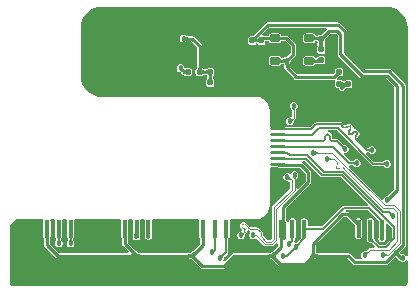
<source format=gtl>
G04*
G04 #@! TF.GenerationSoftware,Altium Limited,Altium Designer,22.0.2 (36)*
G04*
G04 Layer_Physical_Order=1*
G04 Layer_Color=255*
%FSLAX25Y25*%
%MOIN*%
G70*
G04*
G04 #@! TF.SameCoordinates,5C43ECB9-E52E-4D68-B8B3-2A23C74EF960*
G04*
G04*
G04 #@! TF.FilePolarity,Positive*
G04*
G01*
G75*
%ADD12C,0.01000*%
G04:AMPARAMS|DCode=13|XSize=86mil|YSize=72mil|CornerRadius=18mil|HoleSize=0mil|Usage=FLASHONLY|Rotation=0.000|XOffset=0mil|YOffset=0mil|HoleType=Round|Shape=RoundedRectangle|*
%AMROUNDEDRECTD13*
21,1,0.08600,0.03600,0,0,0.0*
21,1,0.05000,0.07200,0,0,0.0*
1,1,0.03600,0.02500,-0.01800*
1,1,0.03600,-0.02500,-0.01800*
1,1,0.03600,-0.02500,0.01800*
1,1,0.03600,0.02500,0.01800*
%
%ADD13ROUNDEDRECTD13*%
G04:AMPARAMS|DCode=14|XSize=39.37mil|YSize=59.06mil|CornerRadius=9.84mil|HoleSize=0mil|Usage=FLASHONLY|Rotation=180.000|XOffset=0mil|YOffset=0mil|HoleType=Round|Shape=RoundedRectangle|*
%AMROUNDEDRECTD14*
21,1,0.03937,0.03937,0,0,180.0*
21,1,0.01968,0.05906,0,0,180.0*
1,1,0.01968,-0.00984,0.01968*
1,1,0.01968,0.00984,0.01968*
1,1,0.01968,0.00984,-0.01968*
1,1,0.01968,-0.00984,-0.01968*
%
%ADD14ROUNDEDRECTD14*%
G04:AMPARAMS|DCode=15|XSize=20mil|YSize=20mil|CornerRadius=5mil|HoleSize=0mil|Usage=FLASHONLY|Rotation=0.000|XOffset=0mil|YOffset=0mil|HoleType=Round|Shape=RoundedRectangle|*
%AMROUNDEDRECTD15*
21,1,0.02000,0.01000,0,0,0.0*
21,1,0.01000,0.02000,0,0,0.0*
1,1,0.01000,0.00500,-0.00500*
1,1,0.01000,-0.00500,-0.00500*
1,1,0.01000,-0.00500,0.00500*
1,1,0.01000,0.00500,0.00500*
%
%ADD15ROUNDEDRECTD15*%
G04:AMPARAMS|DCode=16|XSize=23.62mil|YSize=35mil|CornerRadius=5.91mil|HoleSize=0mil|Usage=FLASHONLY|Rotation=90.000|XOffset=0mil|YOffset=0mil|HoleType=Round|Shape=RoundedRectangle|*
%AMROUNDEDRECTD16*
21,1,0.02362,0.02319,0,0,90.0*
21,1,0.01181,0.03500,0,0,90.0*
1,1,0.01181,0.01159,0.00591*
1,1,0.01181,0.01159,-0.00591*
1,1,0.01181,-0.01159,-0.00591*
1,1,0.01181,-0.01159,0.00591*
%
%ADD16ROUNDEDRECTD16*%
G04:AMPARAMS|DCode=17|XSize=20mil|YSize=20mil|CornerRadius=5mil|HoleSize=0mil|Usage=FLASHONLY|Rotation=270.000|XOffset=0mil|YOffset=0mil|HoleType=Round|Shape=RoundedRectangle|*
%AMROUNDEDRECTD17*
21,1,0.02000,0.01000,0,0,270.0*
21,1,0.01000,0.02000,0,0,270.0*
1,1,0.01000,-0.00500,-0.00500*
1,1,0.01000,-0.00500,0.00500*
1,1,0.01000,0.00500,0.00500*
1,1,0.01000,0.00500,-0.00500*
%
%ADD17ROUNDEDRECTD17*%
G04:AMPARAMS|DCode=18|XSize=50mil|YSize=10mil|CornerRadius=2.5mil|HoleSize=0mil|Usage=FLASHONLY|Rotation=180.000|XOffset=0mil|YOffset=0mil|HoleType=Round|Shape=RoundedRectangle|*
%AMROUNDEDRECTD18*
21,1,0.05000,0.00500,0,0,180.0*
21,1,0.04500,0.01000,0,0,180.0*
1,1,0.00500,-0.02250,0.00250*
1,1,0.00500,0.02250,0.00250*
1,1,0.00500,0.02250,-0.00250*
1,1,0.00500,-0.02250,-0.00250*
%
%ADD18ROUNDEDRECTD18*%
G04:AMPARAMS|DCode=19|XSize=15.75mil|YSize=59.06mil|CornerRadius=3.94mil|HoleSize=0mil|Usage=FLASHONLY|Rotation=0.000|XOffset=0mil|YOffset=0mil|HoleType=Round|Shape=RoundedRectangle|*
%AMROUNDEDRECTD19*
21,1,0.01575,0.05118,0,0,0.0*
21,1,0.00787,0.05906,0,0,0.0*
1,1,0.00787,0.00394,-0.02559*
1,1,0.00787,-0.00394,-0.02559*
1,1,0.00787,-0.00394,0.02559*
1,1,0.00787,0.00394,0.02559*
%
%ADD19ROUNDEDRECTD19*%
%ADD28C,0.00400*%
%ADD29C,0.00600*%
%ADD30C,0.01500*%
%ADD31C,0.15748*%
%ADD32C,0.01800*%
G36*
X38710Y83503D02*
X38605Y83390D01*
X38518Y83283D01*
X38449Y83180D01*
X38399Y83081D01*
X38368Y82987D01*
X38355Y82897D01*
X38360Y82812D01*
X38383Y82731D01*
X38425Y82655D01*
X38486Y82583D01*
X37083Y83986D01*
X37155Y83925D01*
X37231Y83883D01*
X37312Y83860D01*
X37397Y83855D01*
X37487Y83868D01*
X37581Y83899D01*
X37680Y83949D01*
X37783Y84018D01*
X37890Y84105D01*
X38003Y84210D01*
X38710Y83503D01*
D02*
G37*
G36*
X15707Y83006D02*
X15740Y83002D01*
X15798Y83000D01*
Y82000D01*
X15740Y81998D01*
X15688Y81992D01*
X15641Y81983D01*
X15599Y81969D01*
X15563Y81952D01*
X15532Y81931D01*
X15506Y81907D01*
X15485Y81878D01*
X15470Y81846D01*
X15460Y81810D01*
Y82109D01*
X14083Y83486D01*
X14155Y83425D01*
X14231Y83383D01*
X14312Y83360D01*
X14397Y83355D01*
X14487Y83368D01*
X14581Y83399D01*
X14680Y83449D01*
X14783Y83518D01*
X14890Y83605D01*
X15003Y83710D01*
X15707Y83006D01*
D02*
G37*
G36*
X35214Y83996D02*
X35233Y83943D01*
X35256Y83895D01*
X35284Y83854D01*
X35317Y83819D01*
X35353Y83791D01*
X35394Y83769D01*
X35440Y83753D01*
X35490Y83743D01*
X35544Y83740D01*
Y82740D01*
X35490Y82737D01*
X35440Y82727D01*
X35394Y82712D01*
X35353Y82689D01*
X35317Y82661D01*
X35284Y82626D01*
X35256Y82585D01*
X35233Y82538D01*
X35214Y82484D01*
X35199Y82424D01*
Y84056D01*
X35214Y83996D01*
D02*
G37*
G36*
X23814D02*
X23833Y83943D01*
X23856Y83895D01*
X23884Y83854D01*
X23917Y83819D01*
X23953Y83791D01*
X23994Y83769D01*
X24040Y83753D01*
X24090Y83743D01*
X24144Y83740D01*
Y82740D01*
X24090Y82737D01*
X24040Y82727D01*
X23994Y82712D01*
X23953Y82689D01*
X23917Y82661D01*
X23884Y82626D01*
X23856Y82585D01*
X23833Y82538D01*
X23814Y82484D01*
X23799Y82424D01*
Y84056D01*
X23814Y83996D01*
D02*
G37*
G36*
X20390Y82424D02*
X20375Y82484D01*
X20356Y82538D01*
X20333Y82585D01*
X20305Y82626D01*
X20272Y82661D01*
X20236Y82689D01*
X20195Y82712D01*
X20149Y82727D01*
X20099Y82737D01*
X20045Y82740D01*
Y83740D01*
X20099Y83743D01*
X20149Y83753D01*
X20195Y83769D01*
X20236Y83791D01*
X20272Y83819D01*
X20305Y83854D01*
X20333Y83895D01*
X20356Y83943D01*
X20375Y83996D01*
X20390Y84056D01*
Y82424D01*
D02*
G37*
G36*
X36540Y82310D02*
X36522Y82391D01*
X36499Y82465D01*
X36474Y82529D01*
X36445Y82585D01*
X36413Y82632D01*
X36378Y82671D01*
X36339Y82701D01*
X36297Y82723D01*
X36251Y82736D01*
X36202Y82740D01*
X36274Y83740D01*
X36331Y83741D01*
X36433Y83750D01*
X36478Y83758D01*
X36517Y83768D01*
X36552Y83780D01*
X36583Y83795D01*
X36609Y83812D01*
X36631Y83831D01*
X36648Y83852D01*
X36540Y82310D01*
D02*
G37*
G36*
X18798Y82740D02*
X18717Y82735D01*
X18646Y82720D01*
X18588Y82695D01*
X18540Y82660D01*
X18503Y82615D01*
X18477Y82560D01*
X18463Y82495D01*
X18459Y82420D01*
X18467Y82335D01*
X18486Y82240D01*
X18190Y83460D01*
X18120Y83513D01*
X18078Y83561D01*
X18062Y83603D01*
X18075Y83639D01*
X18114Y83670D01*
X18182Y83695D01*
X18277Y83715D01*
X18399Y83729D01*
X18549Y83737D01*
X18726Y83740D01*
X18798Y82740D01*
D02*
G37*
G36*
X16540Y81810D02*
X16530Y81846D01*
X16515Y81878D01*
X16494Y81907D01*
X16468Y81931D01*
X16437Y81952D01*
X16400Y81969D01*
X16359Y81983D01*
X16312Y81992D01*
X16260Y81998D01*
X16202Y82000D01*
Y83000D01*
X16260Y83002D01*
X16312Y83008D01*
X16359Y83017D01*
X16400Y83030D01*
X16437Y83048D01*
X16468Y83069D01*
X16494Y83093D01*
X16515Y83122D01*
X16530Y83154D01*
X16540Y83190D01*
Y81810D01*
D02*
G37*
G36*
X38001Y82439D02*
X38021Y82186D01*
X38032Y82118D01*
X38047Y82057D01*
X38052Y82040D01*
X38190D01*
X38154Y82030D01*
X38122Y82015D01*
X38093Y81994D01*
X38076Y81976D01*
X38083Y81959D01*
X38105Y81922D01*
X38130Y81893D01*
X38028D01*
X38017Y81859D01*
X38008Y81812D01*
X38002Y81760D01*
X38000Y81702D01*
X37000D01*
X36998Y81760D01*
X36992Y81812D01*
X36983Y81859D01*
X36972Y81893D01*
X36870D01*
X36895Y81922D01*
X36917Y81959D01*
X36924Y81976D01*
X36907Y81994D01*
X36878Y82015D01*
X36846Y82030D01*
X36810Y82040D01*
X36948D01*
X36953Y82057D01*
X36968Y82118D01*
X36979Y82186D01*
X36995Y82347D01*
X36999Y82439D01*
X37000Y82538D01*
X38000D01*
X38001Y82439D01*
D02*
G37*
G36*
X38002Y80740D02*
X38008Y80688D01*
X38017Y80641D01*
X38028Y80607D01*
X38130D01*
X38105Y80578D01*
X38083Y80541D01*
X38076Y80524D01*
X38093Y80506D01*
X38122Y80485D01*
X38154Y80470D01*
X38190Y80460D01*
X38052D01*
X38047Y80443D01*
X38032Y80382D01*
X38021Y80314D01*
X38005Y80153D01*
X38001Y80061D01*
X38000Y79962D01*
X37000D01*
X36999Y80061D01*
X36979Y80314D01*
X36968Y80382D01*
X36953Y80443D01*
X36948Y80460D01*
X36810D01*
X36846Y80470D01*
X36878Y80485D01*
X36907Y80506D01*
X36924Y80524D01*
X36917Y80541D01*
X36895Y80578D01*
X36870Y80607D01*
X36972D01*
X36983Y80641D01*
X36992Y80688D01*
X36998Y80740D01*
X37000Y80798D01*
X38000D01*
X38002Y80740D01*
D02*
G37*
G36*
X27224Y76317D02*
X27155Y76246D01*
X26990Y76054D01*
X26950Y75997D01*
X26917Y75944D01*
X26892Y75895D01*
X26874Y75849D01*
X26863Y75807D01*
X26860Y75769D01*
X25969Y76660D01*
X26007Y76663D01*
X26049Y76674D01*
X26095Y76692D01*
X26144Y76717D01*
X26197Y76750D01*
X26254Y76790D01*
X26378Y76893D01*
X26446Y76955D01*
X26517Y77024D01*
X27224Y76317D01*
D02*
G37*
G36*
X25317Y75130D02*
X25288Y75155D01*
X25251Y75177D01*
X25205Y75196D01*
X25153Y75213D01*
X25092Y75227D01*
X25023Y75239D01*
X24863Y75255D01*
X24771Y75259D01*
X24671Y75260D01*
Y76260D01*
X24771Y76261D01*
X25023Y76281D01*
X25092Y76292D01*
X25153Y76307D01*
X25205Y76324D01*
X25251Y76343D01*
X25288Y76365D01*
X25317Y76390D01*
Y75130D01*
D02*
G37*
G36*
X23814Y76516D02*
X23833Y76462D01*
X23856Y76415D01*
X23884Y76374D01*
X23917Y76339D01*
X23953Y76310D01*
X23994Y76288D01*
X24040Y76272D01*
X24090Y76263D01*
X24144Y76260D01*
Y75260D01*
X24090Y75257D01*
X24040Y75247D01*
X23994Y75231D01*
X23953Y75209D01*
X23917Y75181D01*
X23884Y75146D01*
X23856Y75105D01*
X23833Y75057D01*
X23814Y75004D01*
X23799Y74944D01*
Y76576D01*
X23814Y76516D01*
D02*
G37*
G36*
X26565Y75088D02*
X26543Y75050D01*
X26524Y75006D01*
X26507Y74953D01*
X26492Y74892D01*
X26481Y74823D01*
X26465Y74663D01*
X26461Y74571D01*
X26460Y74471D01*
X25460D01*
X25458Y74571D01*
X25439Y74823D01*
X25427Y74892D01*
X25413Y74953D01*
X25396Y75006D01*
X25377Y75050D01*
X25355Y75088D01*
X25330Y75117D01*
X26590D01*
X26565Y75088D01*
D02*
G37*
G36*
X43917Y71014D02*
X43845Y71075D01*
X43769Y71117D01*
X43688Y71140D01*
X43603Y71145D01*
X43513Y71132D01*
X43419Y71101D01*
X43320Y71051D01*
X43217Y70982D01*
X43110Y70895D01*
X42997Y70790D01*
X42290Y71497D01*
X42395Y71609D01*
X42482Y71717D01*
X42551Y71820D01*
X42601Y71919D01*
X42632Y72013D01*
X42645Y72103D01*
X42640Y72188D01*
X42617Y72269D01*
X42575Y72345D01*
X42514Y72417D01*
X43917Y71014D01*
D02*
G37*
G36*
X44470Y68654D02*
X44485Y68622D01*
X44506Y68593D01*
X44532Y68569D01*
X44563Y68548D01*
X44600Y68530D01*
X44641Y68517D01*
X44688Y68508D01*
X44740Y68502D01*
X44798Y68500D01*
Y68027D01*
X44918Y68130D01*
X45057Y68265D01*
X45764Y67557D01*
X45694Y67485D01*
X45486Y67244D01*
X45454Y67196D01*
X45428Y67152D01*
X45411Y67113D01*
X45401Y67079D01*
X45399Y67050D01*
X44798Y67651D01*
Y67500D01*
X44740Y67498D01*
X44688Y67492D01*
X44641Y67483D01*
X44600Y67470D01*
X44563Y67452D01*
X44532Y67431D01*
X44506Y67407D01*
X44485Y67378D01*
X44470Y67346D01*
X44460Y67310D01*
Y68690D01*
X44470Y68654D01*
D02*
G37*
G36*
X25544Y53297D02*
X25559Y53274D01*
X25576Y53254D01*
X25596Y53237D01*
X25618Y53223D01*
X25643Y53211D01*
X25670Y53202D01*
X25700Y53195D01*
X25732Y53191D01*
X25767Y53190D01*
Y52590D01*
X25732Y52588D01*
X25700Y52584D01*
X25670Y52578D01*
X25643Y52569D01*
X25618Y52557D01*
X25596Y52542D01*
X25576Y52525D01*
X25559Y52505D01*
X25544Y52483D01*
X25532Y52457D01*
Y53322D01*
X25544Y53297D01*
D02*
G37*
G36*
Y51328D02*
X25559Y51306D01*
X25576Y51286D01*
X25596Y51269D01*
X25618Y51254D01*
X25643Y51242D01*
X25670Y51233D01*
X25700Y51227D01*
X25732Y51222D01*
X25767Y51221D01*
Y50621D01*
X25732Y50620D01*
X25700Y50616D01*
X25670Y50609D01*
X25643Y50600D01*
X25618Y50588D01*
X25596Y50574D01*
X25576Y50556D01*
X25559Y50537D01*
X25544Y50514D01*
X25532Y50489D01*
Y51353D01*
X25544Y51328D01*
D02*
G37*
G36*
Y49360D02*
X25559Y49337D01*
X25576Y49317D01*
X25596Y49300D01*
X25618Y49286D01*
X25643Y49274D01*
X25670Y49265D01*
X25700Y49258D01*
X25732Y49254D01*
X25767Y49253D01*
Y48653D01*
X25732Y48651D01*
X25700Y48647D01*
X25670Y48641D01*
X25643Y48632D01*
X25618Y48620D01*
X25596Y48605D01*
X25576Y48588D01*
X25559Y48568D01*
X25544Y48546D01*
X25532Y48520D01*
Y49385D01*
X25544Y49360D01*
D02*
G37*
G36*
Y47391D02*
X25559Y47369D01*
X25576Y47349D01*
X25596Y47332D01*
X25618Y47317D01*
X25643Y47305D01*
X25670Y47296D01*
X25700Y47289D01*
X25732Y47286D01*
X25767Y47284D01*
Y46684D01*
X25732Y46683D01*
X25700Y46679D01*
X25670Y46672D01*
X25643Y46663D01*
X25618Y46651D01*
X25596Y46637D01*
X25576Y46619D01*
X25559Y46600D01*
X25544Y46577D01*
X25532Y46552D01*
Y47416D01*
X25544Y47391D01*
D02*
G37*
G36*
X44692Y47437D02*
X44756Y47387D01*
X44824Y47342D01*
X44895Y47304D01*
X44970Y47271D01*
X45048Y47245D01*
X45129Y47225D01*
X45213Y47210D01*
X45300Y47202D01*
X45391Y47200D01*
X44500Y46309D01*
X44498Y46400D01*
X44490Y46487D01*
X44475Y46571D01*
X44455Y46652D01*
X44429Y46730D01*
X44396Y46805D01*
X44358Y46876D01*
X44313Y46944D01*
X44263Y47008D01*
X44206Y47070D01*
X44630Y47494D01*
X44692Y47437D01*
D02*
G37*
G36*
X53757Y45370D02*
X53692Y45433D01*
X53624Y45489D01*
X53554Y45538D01*
X53483Y45581D01*
X53409Y45617D01*
X53333Y45647D01*
X53256Y45670D01*
X53176Y45687D01*
X53095Y45697D01*
X53012Y45700D01*
Y46300D01*
X53095Y46303D01*
X53176Y46313D01*
X53256Y46330D01*
X53333Y46353D01*
X53409Y46382D01*
X53483Y46419D01*
X53554Y46462D01*
X53624Y46511D01*
X53692Y46567D01*
X53757Y46630D01*
Y45370D01*
D02*
G37*
G36*
X25544Y45423D02*
X25559Y45400D01*
X25576Y45380D01*
X25596Y45363D01*
X25618Y45349D01*
X25643Y45337D01*
X25670Y45328D01*
X25700Y45321D01*
X25732Y45317D01*
X25767Y45316D01*
Y44716D01*
X25732Y44714D01*
X25700Y44710D01*
X25670Y44704D01*
X25643Y44695D01*
X25618Y44683D01*
X25596Y44668D01*
X25576Y44651D01*
X25559Y44631D01*
X25544Y44609D01*
X25532Y44583D01*
Y45448D01*
X25544Y45423D01*
D02*
G37*
G36*
X35626Y45548D02*
X35789Y45411D01*
X35869Y45355D01*
X35947Y45307D01*
X36024Y45269D01*
X36099Y45239D01*
X36173Y45217D01*
X36246Y45204D01*
X36318Y45200D01*
Y44800D01*
X36246Y44796D01*
X36173Y44783D01*
X36099Y44761D01*
X36024Y44731D01*
X35947Y44693D01*
X35869Y44645D01*
X35789Y44589D01*
X35709Y44525D01*
X35626Y44452D01*
X35543Y44370D01*
Y45630D01*
X35626Y45548D01*
D02*
G37*
G36*
X25544Y43454D02*
X25559Y43432D01*
X25576Y43412D01*
X25596Y43395D01*
X25618Y43380D01*
X25643Y43368D01*
X25670Y43359D01*
X25700Y43352D01*
X25732Y43349D01*
X25767Y43347D01*
Y42747D01*
X25732Y42746D01*
X25700Y42742D01*
X25670Y42735D01*
X25643Y42726D01*
X25618Y42714D01*
X25596Y42700D01*
X25576Y42682D01*
X25559Y42663D01*
X25544Y42640D01*
X25532Y42615D01*
Y43479D01*
X25544Y43454D01*
D02*
G37*
G36*
X40026Y43548D02*
X40189Y43411D01*
X40269Y43355D01*
X40347Y43308D01*
X40424Y43269D01*
X40499Y43239D01*
X40573Y43217D01*
X40646Y43204D01*
X40718Y43200D01*
Y42800D01*
X40646Y42796D01*
X40573Y42783D01*
X40499Y42761D01*
X40424Y42731D01*
X40347Y42693D01*
X40269Y42645D01*
X40189Y42589D01*
X40109Y42525D01*
X40026Y42452D01*
X39943Y42370D01*
Y43630D01*
X40026Y43548D01*
D02*
G37*
G36*
X48657Y40970D02*
X48592Y41033D01*
X48524Y41089D01*
X48454Y41138D01*
X48383Y41181D01*
X48309Y41217D01*
X48234Y41247D01*
X48156Y41270D01*
X48076Y41287D01*
X47995Y41297D01*
X47912Y41300D01*
Y41900D01*
X47995Y41903D01*
X48076Y41913D01*
X48156Y41930D01*
X48234Y41953D01*
X48309Y41982D01*
X48383Y42019D01*
X48454Y42062D01*
X48524Y42111D01*
X48592Y42167D01*
X48657Y42230D01*
Y40970D01*
D02*
G37*
G36*
X58757Y40770D02*
X58692Y40833D01*
X58624Y40889D01*
X58554Y40938D01*
X58483Y40981D01*
X58409Y41017D01*
X58333Y41047D01*
X58256Y41070D01*
X58176Y41087D01*
X58095Y41097D01*
X58012Y41100D01*
Y41700D01*
X58095Y41703D01*
X58176Y41713D01*
X58256Y41730D01*
X58333Y41753D01*
X58409Y41783D01*
X58483Y41819D01*
X58554Y41862D01*
X58624Y41911D01*
X58692Y41967D01*
X58757Y42030D01*
Y40770D01*
D02*
G37*
G36*
X29148Y36874D02*
X29011Y36711D01*
X28955Y36631D01*
X28907Y36553D01*
X28869Y36476D01*
X28839Y36401D01*
X28817Y36327D01*
X28804Y36254D01*
X28800Y36182D01*
X28400D01*
X28396Y36254D01*
X28383Y36327D01*
X28361Y36401D01*
X28331Y36476D01*
X28293Y36553D01*
X28245Y36631D01*
X28189Y36711D01*
X28125Y36791D01*
X28052Y36874D01*
X27970Y36957D01*
X29230D01*
X29148Y36874D01*
D02*
G37*
G36*
X27107Y37078D02*
X27207Y36755D01*
X27242Y36665D01*
X27317Y36510D01*
X27357Y36446D01*
X27397Y36391D01*
X27439Y36344D01*
X27227Y35990D01*
X27170Y36041D01*
X27107Y36083D01*
X27040Y36117D01*
X26967Y36143D01*
X26889Y36161D01*
X26806Y36170D01*
X26717Y36172D01*
X26624Y36165D01*
X26525Y36151D01*
X26421Y36127D01*
X27077Y37203D01*
X27107Y37078D01*
D02*
G37*
G36*
X20850Y40166D02*
X23075D01*
X23100Y40161D01*
X30241D01*
X32282Y38120D01*
Y35680D01*
X29711Y33109D01*
X29249Y33301D01*
Y36262D01*
X29264Y36298D01*
X29287Y36343D01*
X29318Y36394D01*
X29354Y36446D01*
X29469Y36582D01*
X29540Y36655D01*
X29571Y36732D01*
X29702Y36864D01*
X29900Y37341D01*
Y37859D01*
X29702Y38336D01*
X29336Y38702D01*
X28859Y38900D01*
X28341D01*
X27864Y38702D01*
X27498Y38336D01*
X27472Y38274D01*
X26936Y38102D01*
X26459Y38300D01*
X25941D01*
X25464Y38102D01*
X25098Y37736D01*
X24900Y37259D01*
Y36741D01*
X25098Y36264D01*
X25464Y35898D01*
X25941Y35700D01*
X26459D01*
X26483Y35710D01*
X26514Y35705D01*
X26837Y35482D01*
X26874Y35443D01*
X26951Y35333D01*
Y33069D01*
X21241Y27359D01*
X21051Y26900D01*
Y16500D01*
X20600Y16049D01*
X19400D01*
X17949Y17500D01*
Y18500D01*
X17759Y18959D01*
X16559Y20159D01*
X16100Y20349D01*
X13798D01*
X12435Y21712D01*
X12314Y21762D01*
X12019Y21959D01*
X11551Y22052D01*
X11083Y21959D01*
X11079Y21957D01*
X10677Y21718D01*
X10668Y21712D01*
X10668Y21712D01*
X10668Y21712D01*
X10668Y21712D01*
X10618Y21592D01*
X10421Y21297D01*
X10328Y20829D01*
X10421Y20361D01*
X10618Y20066D01*
X10668Y19945D01*
X11121Y19492D01*
X11218Y19301D01*
X11182Y19210D01*
X11016Y18855D01*
X10983Y18849D01*
X10805Y18834D01*
X10704Y18833D01*
X10627Y18800D01*
X10441D01*
X9964Y18602D01*
X9598Y18236D01*
X9400Y17759D01*
Y17241D01*
X9598Y16764D01*
X9964Y16398D01*
X10441Y16200D01*
X10959D01*
X11436Y16398D01*
X11802Y16764D01*
X12000Y17241D01*
Y17427D01*
X12033Y17504D01*
X12034Y17611D01*
X12039Y17699D01*
X12048Y17777D01*
X12060Y17845D01*
X12074Y17903D01*
X12090Y17951D01*
X12105Y17987D01*
X12259Y18141D01*
X12259Y18141D01*
X12401Y18282D01*
X12451Y18403D01*
X12648Y18698D01*
X12699Y18958D01*
X12742Y19013D01*
X13138Y19216D01*
X13224Y19226D01*
X13309Y19170D01*
X13657Y19100D01*
X13764Y19056D01*
X13875Y18803D01*
X13912Y18551D01*
X13598Y18236D01*
X13400Y17759D01*
Y17241D01*
X13598Y16764D01*
X13964Y16398D01*
X14441Y16200D01*
X14959D01*
X15436Y16398D01*
X15760Y16722D01*
X18341Y14141D01*
X18800Y13951D01*
X21200D01*
X21659Y14141D01*
X22543Y15024D01*
X23043Y14817D01*
Y13941D01*
X21439Y12337D01*
X21405Y12324D01*
X21272Y12201D01*
X21148Y12101D01*
X21021Y12014D01*
X20889Y11940D01*
X20754Y11877D01*
X20614Y11826D01*
X20468Y11786D01*
X20317Y11757D01*
X20158Y11739D01*
X19977Y11733D01*
X19944Y11718D01*
X8500D01*
X8149Y11648D01*
X7851Y11449D01*
X5286Y8884D01*
X4902Y9164D01*
X5100Y9641D01*
Y9825D01*
X5133Y9899D01*
X5135Y9974D01*
X5140Y10031D01*
X5149Y10083D01*
X5161Y10130D01*
X5175Y10174D01*
X5193Y10215D01*
X5214Y10254D01*
X5239Y10291D01*
X5267Y10328D01*
X5312Y10376D01*
X5328Y10418D01*
X6371Y11462D01*
X6526Y11693D01*
X6580Y11966D01*
Y16500D01*
X6655Y16550D01*
X6715Y16575D01*
X6724Y16596D01*
X6832Y16669D01*
X7007Y16931D01*
X7069Y17241D01*
Y22359D01*
X7049Y22459D01*
X7331Y22899D01*
X7415Y22959D01*
X15748D01*
Y22932D01*
X16946Y23090D01*
X18061Y23552D01*
X19019Y24288D01*
X19755Y25246D01*
X20217Y26362D01*
X20375Y27559D01*
X20348D01*
Y39795D01*
X20379Y39848D01*
X20848Y40166D01*
X20850Y40166D01*
D02*
G37*
G36*
X60764Y29857D02*
X60695Y29786D01*
X60530Y29594D01*
X60490Y29537D01*
X60457Y29484D01*
X60432Y29435D01*
X60414Y29389D01*
X60403Y29347D01*
X60400Y29309D01*
X59509Y30200D01*
X59547Y30203D01*
X59589Y30214D01*
X59635Y30232D01*
X59684Y30257D01*
X59737Y30290D01*
X59794Y30330D01*
X59918Y30433D01*
X59986Y30495D01*
X60057Y30564D01*
X60764Y29857D01*
D02*
G37*
G36*
X60592Y25137D02*
X60656Y25087D01*
X60724Y25042D01*
X60795Y25004D01*
X60870Y24971D01*
X60948Y24945D01*
X61028Y24925D01*
X61113Y24910D01*
X61200Y24902D01*
X61291Y24900D01*
X60400Y24009D01*
X60398Y24100D01*
X60390Y24187D01*
X60375Y24272D01*
X60355Y24352D01*
X60329Y24430D01*
X60296Y24505D01*
X60258Y24576D01*
X60213Y24644D01*
X60163Y24708D01*
X60106Y24770D01*
X60530Y25194D01*
X60592Y25137D01*
D02*
G37*
G36*
X-55409Y22899D02*
X-55128Y22459D01*
X-55148Y22359D01*
Y17241D01*
X-55086Y16931D01*
X-54911Y16669D01*
X-54880Y16648D01*
X-54878Y16615D01*
X-54878Y16570D01*
X-54862Y16533D01*
Y14445D01*
X-54793Y14094D01*
X-54594Y13796D01*
X-50949Y10151D01*
X-50651Y9952D01*
X-50300Y9882D01*
X-24066D01*
X-24040Y9869D01*
X-23997Y9882D01*
X-6856D01*
X-6823Y9867D01*
X-6642Y9861D01*
X-6483Y9843D01*
X-6332Y9814D01*
X-6186Y9774D01*
X-6046Y9723D01*
X-5911Y9660D01*
X-5779Y9586D01*
X-5652Y9499D01*
X-5528Y9399D01*
X-5395Y9276D01*
X-5361Y9263D01*
X-2849Y6751D01*
X-2551Y6552D01*
X-2200Y6482D01*
X5100D01*
X5451Y6552D01*
X5749Y6751D01*
X8880Y9882D01*
X19944D01*
X19977Y9867D01*
X20158Y9861D01*
X20317Y9843D01*
X20468Y9814D01*
X20614Y9774D01*
X20754Y9723D01*
X20889Y9660D01*
X21021Y9586D01*
X21148Y9499D01*
X21272Y9399D01*
X21405Y9276D01*
X21439Y9263D01*
X23251Y7451D01*
X23549Y7252D01*
X23900Y7182D01*
X32100D01*
X32451Y7252D01*
X32749Y7451D01*
X34561Y9263D01*
X34595Y9276D01*
X34727Y9399D01*
X34852Y9499D01*
X34980Y9586D01*
X35111Y9660D01*
X35246Y9723D01*
X35386Y9774D01*
X35532Y9814D01*
X35683Y9843D01*
X35842Y9861D01*
X36023Y9867D01*
X36056Y9882D01*
X46120D01*
X48051Y7951D01*
X48349Y7752D01*
X48700Y7682D01*
X59100D01*
X59451Y7752D01*
X59749Y7951D01*
X61859Y10061D01*
X61894Y10075D01*
X61956Y10134D01*
X62062Y10224D01*
X62092Y10245D01*
X62107Y10254D01*
X62134Y10243D01*
X62136Y10244D01*
X62241Y10200D01*
X62410D01*
X62423Y10190D01*
X62430Y10183D01*
X62434Y10182D01*
X62440Y10177D01*
X62456Y10173D01*
X62471Y10165D01*
X62498Y10149D01*
X62527Y10128D01*
X62694Y9985D01*
X62755Y9925D01*
X62791Y9911D01*
X62795Y9907D01*
X62817Y9868D01*
X62894Y9809D01*
X63351Y9351D01*
X63649Y9152D01*
X63724Y9137D01*
X63964Y8898D01*
X64441Y8700D01*
X64959D01*
X65436Y8898D01*
X65766Y9228D01*
X65934Y9211D01*
X66266Y9078D01*
Y1969D01*
X66254Y1969D01*
X66155Y1474D01*
X65875Y1054D01*
X65456Y774D01*
X64961Y675D01*
X64961Y675D01*
Y675D01*
X64948Y663D01*
X-64948D01*
X-64961Y675D01*
Y675D01*
X-64961Y675D01*
X-65456Y774D01*
X-65875Y1054D01*
X-66155Y1474D01*
X-66254Y1969D01*
X-66266Y1969D01*
Y19685D01*
X-66257Y19685D01*
X-66146Y20530D01*
X-65820Y21317D01*
X-65301Y21994D01*
X-64625Y22513D01*
X-63837Y22839D01*
X-62992Y22950D01*
X-62992Y22950D01*
Y22950D01*
X-62983Y22959D01*
X-55493D01*
X-55409Y22899D01*
D02*
G37*
G36*
X57593Y22836D02*
X57639Y22802D01*
X57688Y22774D01*
X57739Y22751D01*
X57793Y22734D01*
X57850Y22723D01*
X57908Y22718D01*
X57970Y22718D01*
X58034Y22724D01*
X58100Y22736D01*
X57050Y22508D01*
X57050Y22511D01*
X57047Y22517D01*
X57042Y22525D01*
X57034Y22535D01*
X57010Y22563D01*
X56930Y22646D01*
X57549Y22875D01*
X57593Y22836D01*
D02*
G37*
G36*
X25423Y22525D02*
X25433Y22468D01*
X25447Y22407D01*
X25464Y22354D01*
X25483Y22309D01*
X25505Y22272D01*
X25530Y22243D01*
X25428D01*
X25431Y22130D01*
X24369D01*
X24375Y22151D01*
X24380Y22201D01*
X24382Y22243D01*
X24270D01*
X24295Y22272D01*
X24317Y22309D01*
X24336Y22354D01*
X24353Y22407D01*
X24367Y22468D01*
X24379Y22536D01*
X24391Y22661D01*
X24400Y23659D01*
X25400D01*
X25423Y22525D01*
D02*
G37*
G36*
X37209Y37081D02*
X37441Y36926D01*
X37714Y36872D01*
X44204D01*
X53163Y27914D01*
X52956Y27414D01*
X45003D01*
X44730Y27359D01*
X44498Y27205D01*
X37807Y20514D01*
X33038D01*
Y22359D01*
X32976Y22669D01*
X32801Y22931D01*
X32538Y23107D01*
X32228Y23168D01*
X31441D01*
X31131Y23107D01*
X30869Y22931D01*
X30693Y22669D01*
X30632Y22359D01*
Y17241D01*
X30693Y16931D01*
X30869Y16669D01*
X30877Y16586D01*
X29518Y15228D01*
X29476Y15212D01*
X29427Y15167D01*
X29391Y15139D01*
X29354Y15114D01*
X29315Y15093D01*
X29274Y15075D01*
X29230Y15060D01*
X29183Y15048D01*
X29131Y15040D01*
X29074Y15034D01*
X28999Y15033D01*
X28925Y15000D01*
X28795D01*
X28650Y15169D01*
X28502Y15442D01*
X28557Y15525D01*
X28611Y15798D01*
Y16500D01*
X28686Y16550D01*
X28746Y16575D01*
X28755Y16596D01*
X28864Y16669D01*
X29039Y16931D01*
X29101Y17241D01*
Y22359D01*
X29039Y22669D01*
X28864Y22931D01*
X28601Y23107D01*
X28291Y23168D01*
X27504D01*
X27194Y23107D01*
X26932Y22931D01*
X26756Y22669D01*
X26695Y22359D01*
Y21871D01*
X26200Y21859D01*
X26002Y22336D01*
X25883Y22456D01*
X25881Y22472D01*
X25881Y22481D01*
X25879Y22486D01*
X25878Y22493D01*
X25870Y22507D01*
X25864Y22523D01*
X25857Y22554D01*
X25855Y22566D01*
X25833Y23668D01*
X25818Y23702D01*
Y26620D01*
X33849Y34651D01*
X34048Y34949D01*
X34118Y35300D01*
Y38500D01*
X34048Y38851D01*
X33849Y39149D01*
X31270Y41728D01*
X31112Y41833D01*
X31263Y42333D01*
X31957D01*
X37209Y37081D01*
D02*
G37*
G36*
X49176Y22508D02*
X49158Y20439D01*
X49157Y20573D01*
X49141Y20812D01*
X49125Y20918D01*
X49105Y21014D01*
X49080Y21101D01*
X49051Y21179D01*
X49017Y21248D01*
X48978Y21308D01*
X48934Y21359D01*
X48973Y22734D01*
X49176Y22508D01*
D02*
G37*
G36*
X32607Y20343D02*
X32613Y20292D01*
X32623Y20247D01*
X32636Y20208D01*
X32653Y20175D01*
X32675Y20148D01*
X32700Y20127D01*
X32728Y20112D01*
X32761Y20103D01*
X32798Y20100D01*
Y19500D01*
X32761Y19497D01*
X32728Y19488D01*
X32700Y19473D01*
X32675Y19452D01*
X32653Y19425D01*
X32636Y19392D01*
X32623Y19353D01*
X32613Y19308D01*
X32607Y19257D01*
X32605Y19200D01*
Y20400D01*
X32607Y20343D01*
D02*
G37*
G36*
X11844Y18361D02*
X11796Y18307D01*
X11754Y18247D01*
X11717Y18179D01*
X11685Y18105D01*
X11658Y18023D01*
X11636Y17934D01*
X11619Y17839D01*
X11608Y17736D01*
X11601Y17626D01*
X11600Y17509D01*
X10709Y18400D01*
X10826Y18401D01*
X11039Y18419D01*
X11134Y18436D01*
X11223Y18458D01*
X11305Y18485D01*
X11379Y18517D01*
X11447Y18554D01*
X11507Y18596D01*
X11561Y18644D01*
X11844Y18361D01*
D02*
G37*
G36*
X15544Y17821D02*
X15564Y17796D01*
X15589Y17774D01*
X15619Y17754D01*
X15653Y17738D01*
X15693Y17724D01*
X15737Y17714D01*
X15787Y17706D01*
X15841Y17702D01*
X15900Y17700D01*
Y17300D01*
X15841Y17299D01*
X15787Y17294D01*
X15737Y17287D01*
X15693Y17276D01*
X15653Y17263D01*
X15619Y17246D01*
X15589Y17226D01*
X15564Y17204D01*
X15544Y17178D01*
X15529Y17150D01*
Y17850D01*
X15544Y17821D01*
D02*
G37*
G36*
X58103Y17887D02*
X58106Y17804D01*
X58116Y17722D01*
X58133Y17643D01*
X58156Y17565D01*
X58185Y17490D01*
X58222Y17416D01*
X58264Y17344D01*
X58314Y17274D01*
X58370Y17207D01*
X58432Y17141D01*
X57172Y17145D01*
X57235Y17210D01*
X57291Y17278D01*
X57341Y17347D01*
X57384Y17419D01*
X57420Y17492D01*
X57450Y17568D01*
X57473Y17645D01*
X57490Y17725D01*
X57500Y17806D01*
X57503Y17890D01*
X58103Y17887D01*
D02*
G37*
G36*
X54169Y17716D02*
X54180Y17634D01*
X54197Y17555D01*
X54220Y17478D01*
X54251Y17404D01*
X54288Y17331D01*
X54332Y17262D01*
X54383Y17194D01*
X54441Y17129D01*
X54505Y17066D01*
X53246Y17019D01*
X53307Y17087D01*
X53361Y17157D01*
X53409Y17229D01*
X53451Y17302D01*
X53486Y17377D01*
X53515Y17453D01*
X53537Y17532D01*
X53553Y17611D01*
X53563Y17693D01*
X53566Y17776D01*
X54166Y17800D01*
X54169Y17716D01*
D02*
G37*
G36*
X58300Y16871D02*
X58258Y16858D01*
X58222Y16842D01*
X58191Y16825D01*
X58164Y16805D01*
X58142Y16783D01*
X58125Y16758D01*
X58113Y16732D01*
X58106Y16703D01*
X58103Y16672D01*
X57503D01*
X57501Y16703D01*
X57493Y16732D01*
X57481Y16758D01*
X57464Y16783D01*
X57442Y16805D01*
X57416Y16825D01*
X57384Y16842D01*
X57348Y16858D01*
X57307Y16871D01*
X57261Y16881D01*
X58346D01*
X58300Y16871D01*
D02*
G37*
G36*
X54363D02*
X54321Y16858D01*
X54285Y16842D01*
X54254Y16825D01*
X54227Y16805D01*
X54205Y16783D01*
X54188Y16758D01*
X54176Y16732D01*
X54169Y16703D01*
X54166Y16672D01*
X53566D01*
X53564Y16703D01*
X53556Y16732D01*
X53544Y16758D01*
X53527Y16783D01*
X53505Y16805D01*
X53479Y16825D01*
X53447Y16842D01*
X53411Y16858D01*
X53370Y16871D01*
X53324Y16881D01*
X54409D01*
X54363Y16871D01*
D02*
G37*
G36*
X32331D02*
X32290Y16858D01*
X32254Y16842D01*
X32222Y16825D01*
X32195Y16805D01*
X32173Y16783D01*
X32157Y16758D01*
X32144Y16732D01*
X32137Y16703D01*
X32135Y16672D01*
X31535D01*
X31532Y16703D01*
X31525Y16732D01*
X31513Y16758D01*
X31496Y16783D01*
X31474Y16805D01*
X31447Y16825D01*
X31416Y16842D01*
X31379Y16858D01*
X31338Y16871D01*
X31292Y16881D01*
X32377D01*
X32331Y16871D01*
D02*
G37*
G36*
X28394D02*
X28353Y16858D01*
X28317Y16842D01*
X28285Y16825D01*
X28258Y16805D01*
X28236Y16783D01*
X28220Y16758D01*
X28207Y16732D01*
X28200Y16703D01*
X28198Y16672D01*
X27598D01*
X27595Y16703D01*
X27588Y16732D01*
X27576Y16758D01*
X27559Y16783D01*
X27537Y16805D01*
X27510Y16825D01*
X27479Y16842D01*
X27442Y16858D01*
X27401Y16871D01*
X27355Y16881D01*
X28440D01*
X28394Y16871D01*
D02*
G37*
G36*
X6363D02*
X6321Y16858D01*
X6285Y16842D01*
X6254Y16825D01*
X6227Y16805D01*
X6205Y16783D01*
X6188Y16758D01*
X6176Y16732D01*
X6169Y16703D01*
X6166Y16672D01*
X5566D01*
X5564Y16703D01*
X5556Y16732D01*
X5544Y16758D01*
X5527Y16783D01*
X5505Y16805D01*
X5479Y16825D01*
X5447Y16842D01*
X5411Y16858D01*
X5370Y16871D01*
X5324Y16881D01*
X6409D01*
X6363Y16871D01*
D02*
G37*
G36*
X2426D02*
X2384Y16858D01*
X2348Y16842D01*
X2317Y16825D01*
X2290Y16805D01*
X2268Y16783D01*
X2251Y16758D01*
X2239Y16732D01*
X2232Y16703D01*
X2229Y16672D01*
X1629D01*
X1627Y16703D01*
X1619Y16732D01*
X1607Y16758D01*
X1590Y16783D01*
X1568Y16805D01*
X1542Y16825D01*
X1510Y16842D01*
X1474Y16858D01*
X1433Y16871D01*
X1386Y16881D01*
X2472D01*
X2426Y16871D01*
D02*
G37*
G36*
X-45574D02*
X-45616Y16858D01*
X-45652Y16842D01*
X-45684Y16825D01*
X-45710Y16805D01*
X-45732Y16783D01*
X-45749Y16758D01*
X-45761Y16732D01*
X-45768Y16703D01*
X-45771Y16672D01*
X-46371D01*
X-46373Y16703D01*
X-46381Y16732D01*
X-46393Y16758D01*
X-46410Y16783D01*
X-46431Y16805D01*
X-46458Y16825D01*
X-46490Y16842D01*
X-46526Y16858D01*
X-46567Y16871D01*
X-46613Y16881D01*
X-45528D01*
X-45574Y16871D01*
D02*
G37*
G36*
X-49511D02*
X-49553Y16858D01*
X-49589Y16842D01*
X-49621Y16825D01*
X-49647Y16805D01*
X-49669Y16783D01*
X-49686Y16758D01*
X-49698Y16732D01*
X-49705Y16703D01*
X-49708Y16672D01*
X-50308D01*
X-50310Y16703D01*
X-50318Y16732D01*
X-50330Y16758D01*
X-50347Y16783D01*
X-50368Y16805D01*
X-50395Y16825D01*
X-50427Y16842D01*
X-50463Y16858D01*
X-50504Y16871D01*
X-50551Y16881D01*
X-49465D01*
X-49511Y16871D01*
D02*
G37*
G36*
X24495Y16877D02*
X24488Y16866D01*
X24482Y16850D01*
X24476Y16828D01*
X24471Y16800D01*
X24467Y16766D01*
X24462Y16681D01*
X24461Y16573D01*
X23461D01*
X23460Y16630D01*
X23450Y16800D01*
X23445Y16828D01*
X23440Y16850D01*
X23433Y16866D01*
X23426Y16877D01*
X23418Y16881D01*
X24503D01*
X24495Y16877D01*
D02*
G37*
G36*
X-1473D02*
X-1481Y16866D01*
X-1487Y16850D01*
X-1493Y16828D01*
X-1497Y16800D01*
X-1501Y16766D01*
X-1506Y16681D01*
X-1508Y16573D01*
X-2508D01*
X-2508Y16630D01*
X-2519Y16800D01*
X-2523Y16828D01*
X-2529Y16850D01*
X-2535Y16866D01*
X-2542Y16877D01*
X-2551Y16881D01*
X-1465D01*
X-1473Y16877D01*
D02*
G37*
G36*
X-27442D02*
X-27449Y16866D01*
X-27455Y16850D01*
X-27461Y16828D01*
X-27466Y16800D01*
X-27470Y16766D01*
X-27475Y16681D01*
X-27476Y16573D01*
X-28476D01*
X-28477Y16630D01*
X-28487Y16800D01*
X-28492Y16828D01*
X-28497Y16850D01*
X-28504Y16866D01*
X-28511Y16877D01*
X-28519Y16881D01*
X-27434D01*
X-27442Y16877D01*
D02*
G37*
G36*
X-53410D02*
X-53418Y16866D01*
X-53424Y16850D01*
X-53430Y16828D01*
X-53434Y16800D01*
X-53438Y16766D01*
X-53443Y16681D01*
X-53445Y16573D01*
X-54445D01*
X-54445Y16630D01*
X-54456Y16800D01*
X-54460Y16828D01*
X-54466Y16850D01*
X-54472Y16866D01*
X-54479Y16877D01*
X-54488Y16881D01*
X-53402D01*
X-53410Y16877D01*
D02*
G37*
G36*
X56601Y22390D02*
X56604Y22380D01*
X56600Y22359D01*
Y17241D01*
X56633Y17078D01*
X56500Y16759D01*
Y16241D01*
X56698Y15764D01*
X57064Y15398D01*
X57541Y15200D01*
X58059D01*
X58536Y15398D01*
X58902Y15764D01*
X59100Y16241D01*
Y16759D01*
X58972Y17068D01*
X59006Y17241D01*
Y21434D01*
X59468Y21625D01*
X61186Y19907D01*
Y16800D01*
X58800Y14414D01*
X56896D01*
X55428Y15882D01*
X55412Y15924D01*
X55367Y15972D01*
X55339Y16009D01*
X55314Y16046D01*
X55293Y16085D01*
X55275Y16126D01*
X55260Y16170D01*
X55248Y16217D01*
X55240Y16269D01*
X55235Y16326D01*
X55233Y16401D01*
X55200Y16475D01*
Y16659D01*
X55033Y17061D01*
X55069Y17241D01*
Y22359D01*
X55007Y22669D01*
X54832Y22931D01*
X54570Y23107D01*
X54260Y23168D01*
X53472D01*
X53163Y23107D01*
X52900Y22931D01*
X52725Y22669D01*
X52663Y22359D01*
Y17241D01*
X52721Y16951D01*
X52600Y16659D01*
Y16141D01*
X52798Y15664D01*
X53164Y15298D01*
X53641Y15100D01*
X53825D01*
X53899Y15067D01*
X53974Y15066D01*
X54031Y15060D01*
X54083Y15051D01*
X54130Y15040D01*
X54174Y15025D01*
X54215Y15007D01*
X54254Y14986D01*
X54291Y14961D01*
X54327Y14933D01*
X54376Y14888D01*
X54418Y14872D01*
X55379Y13911D01*
X55188Y13449D01*
X53800D01*
X53341Y13259D01*
X52487Y12405D01*
X52451Y12390D01*
X52403Y12374D01*
X52345Y12360D01*
X52283Y12349D01*
X52105Y12334D01*
X52004Y12333D01*
X51927Y12300D01*
X51741D01*
X51264Y12102D01*
X50898Y11736D01*
X50700Y11259D01*
Y10741D01*
X50898Y10264D01*
X51144Y10018D01*
X50975Y9518D01*
X49080D01*
X47149Y11449D01*
X46851Y11648D01*
X46500Y11718D01*
X36354D01*
X36323Y11732D01*
X36159Y11741D01*
X36047Y11761D01*
X35962Y11789D01*
X35902Y11822D01*
X35858Y11858D01*
X35822Y11902D01*
X35789Y11962D01*
X35761Y12047D01*
X35741Y12159D01*
X35732Y12323D01*
X35718Y12354D01*
Y14420D01*
X44880Y23582D01*
X46120D01*
X48596Y21106D01*
X48606Y21076D01*
X48631Y21047D01*
X48640Y21033D01*
X48654Y21006D01*
X48669Y20966D01*
X48684Y20911D01*
X48699Y20842D01*
X48710Y20766D01*
X48724Y20556D01*
X48725Y20436D01*
X48726Y20434D01*
Y17241D01*
X48788Y16931D01*
X48963Y16669D01*
X49226Y16493D01*
X49535Y16432D01*
X50323D01*
X50633Y16493D01*
X50895Y16669D01*
X51070Y16931D01*
X51132Y17241D01*
Y22359D01*
X51070Y22669D01*
X50895Y22931D01*
X50633Y23107D01*
X50323Y23168D01*
X49535D01*
X49226Y23107D01*
X49205Y23093D01*
X47149Y25149D01*
X46851Y25348D01*
X46500Y25418D01*
X45910D01*
X45643Y25918D01*
X45689Y25986D01*
X53004D01*
X56601Y22390D01*
D02*
G37*
G36*
X-3472Y22899D02*
X-3191Y22459D01*
X-3211Y22359D01*
Y17241D01*
X-3149Y16931D01*
X-2974Y16669D01*
X-2943Y16648D01*
X-2941Y16615D01*
X-2941Y16570D01*
X-2926Y16533D01*
Y14772D01*
X-5361Y12337D01*
X-5395Y12324D01*
X-5528Y12201D01*
X-5652Y12101D01*
X-5779Y12014D01*
X-5911Y11940D01*
X-6046Y11877D01*
X-6186Y11826D01*
X-6332Y11786D01*
X-6483Y11757D01*
X-6642Y11739D01*
X-6823Y11733D01*
X-6856Y11718D01*
X-22727D01*
X-22752Y11731D01*
X-22765Y11727D01*
X-22777Y11733D01*
X-22958Y11739D01*
X-23117Y11757D01*
X-23268Y11786D01*
X-23414Y11826D01*
X-23554Y11877D01*
X-23689Y11940D01*
X-23821Y12014D01*
X-23948Y12101D01*
X-24072Y12201D01*
X-24205Y12324D01*
X-24239Y12337D01*
X-27059Y15157D01*
Y16531D01*
X-27044Y16566D01*
X-27042Y16647D01*
X-27010Y16669D01*
X-26835Y16931D01*
X-26773Y17241D01*
Y22359D01*
X-26793Y22459D01*
X-26512Y22899D01*
X-26428Y22959D01*
X-25588D01*
X-25504Y22899D01*
X-25222Y22459D01*
X-25242Y22359D01*
Y17839D01*
X-25400Y17459D01*
Y16941D01*
X-25202Y16464D01*
X-24836Y16098D01*
X-24359Y15900D01*
X-23841D01*
X-23364Y16098D01*
X-22998Y16464D01*
X-22800Y16941D01*
Y17459D01*
X-22836Y17547D01*
Y22359D01*
X-22856Y22459D01*
X-22575Y22899D01*
X-22491Y22959D01*
X-21651D01*
X-21567Y22899D01*
X-21285Y22459D01*
X-21305Y22359D01*
Y17787D01*
X-21400Y17559D01*
Y17041D01*
X-21202Y16564D01*
X-20836Y16198D01*
X-20359Y16000D01*
X-19841D01*
X-19364Y16198D01*
X-18998Y16564D01*
X-18800Y17041D01*
Y17559D01*
X-18899Y17799D01*
Y22359D01*
X-18919Y22459D01*
X-18638Y22899D01*
X-18554Y22959D01*
X-3556D01*
X-3472Y22899D01*
D02*
G37*
G36*
X-45768Y16176D02*
X-45758Y16094D01*
X-45741Y16015D01*
X-45718Y15937D01*
X-45688Y15862D01*
X-45652Y15788D01*
X-45609Y15717D01*
X-45560Y15647D01*
X-45504Y15579D01*
X-45441Y15514D01*
X-46701D01*
X-46638Y15579D01*
X-46582Y15647D01*
X-46533Y15717D01*
X-46490Y15788D01*
X-46453Y15862D01*
X-46424Y15937D01*
X-46401Y16015D01*
X-46384Y16094D01*
X-46374Y16176D01*
X-46371Y16259D01*
X-45771D01*
X-45768Y16176D01*
D02*
G37*
G36*
X-49705D02*
X-49695Y16094D01*
X-49678Y16015D01*
X-49655Y15937D01*
X-49625Y15862D01*
X-49589Y15788D01*
X-49546Y15717D01*
X-49497Y15647D01*
X-49441Y15579D01*
X-49378Y15514D01*
X-50638D01*
X-50575Y15579D01*
X-50519Y15647D01*
X-50470Y15717D01*
X-50427Y15788D01*
X-50390Y15862D01*
X-50361Y15937D01*
X-50338Y16015D01*
X-50321Y16094D01*
X-50311Y16176D01*
X-50308Y16259D01*
X-49708D01*
X-49705Y16176D01*
D02*
G37*
G36*
X54802Y16300D02*
X54810Y16213D01*
X54825Y16128D01*
X54845Y16048D01*
X54871Y15970D01*
X54904Y15895D01*
X54942Y15824D01*
X54987Y15756D01*
X55037Y15692D01*
X55094Y15630D01*
X54670Y15206D01*
X54608Y15263D01*
X54544Y15313D01*
X54476Y15358D01*
X54405Y15396D01*
X54330Y15429D01*
X54252Y15455D01*
X54172Y15475D01*
X54087Y15490D01*
X54000Y15498D01*
X53909Y15500D01*
X54800Y16391D01*
X54802Y16300D01*
D02*
G37*
G36*
X27794Y15270D02*
X27737Y15208D01*
X27687Y15144D01*
X27642Y15076D01*
X27604Y15005D01*
X27571Y14930D01*
X27545Y14852D01*
X27525Y14772D01*
X27510Y14687D01*
X27502Y14600D01*
X27500Y14509D01*
X26609Y15400D01*
X26700Y15402D01*
X26787Y15410D01*
X26871Y15425D01*
X26952Y15445D01*
X27030Y15471D01*
X27105Y15504D01*
X27176Y15542D01*
X27244Y15587D01*
X27308Y15637D01*
X27370Y15694D01*
X27794Y15270D01*
D02*
G37*
G36*
X30194Y14470D02*
X30137Y14408D01*
X30087Y14344D01*
X30042Y14276D01*
X30004Y14205D01*
X29971Y14130D01*
X29945Y14052D01*
X29924Y13972D01*
X29910Y13887D01*
X29902Y13800D01*
X29900Y13709D01*
X29009Y14600D01*
X29100Y14602D01*
X29187Y14610D01*
X29272Y14625D01*
X29353Y14645D01*
X29430Y14671D01*
X29505Y14704D01*
X29576Y14742D01*
X29644Y14787D01*
X29708Y14837D01*
X29770Y14894D01*
X30194Y14470D01*
D02*
G37*
G36*
X-29441Y22899D02*
X-29159Y22459D01*
X-29179Y22359D01*
Y17241D01*
X-29118Y16931D01*
X-28942Y16669D01*
X-28912Y16648D01*
X-28910Y16615D01*
X-28909Y16570D01*
X-28894Y16533D01*
Y14776D01*
X-28824Y14425D01*
X-28625Y14128D01*
X-26715Y12218D01*
X-26923Y11718D01*
X-49920D01*
X-53027Y14825D01*
Y16531D01*
X-53012Y16566D01*
X-53011Y16647D01*
X-52979Y16669D01*
X-52803Y16931D01*
X-52742Y17241D01*
Y22359D01*
X-52762Y22459D01*
X-52481Y22899D01*
X-52396Y22959D01*
X-51556D01*
X-51472Y22899D01*
X-51191Y22459D01*
X-51211Y22359D01*
Y17241D01*
X-51149Y16931D01*
X-50974Y16669D01*
X-50865Y16596D01*
X-50857Y16575D01*
X-50740Y16276D01*
X-50743Y16211D01*
X-50749Y16165D01*
X-50758Y16121D01*
X-50770Y16079D01*
X-50787Y16037D01*
X-50807Y15996D01*
X-50832Y15954D01*
X-50863Y15911D01*
X-50899Y15867D01*
X-50951Y15813D01*
X-50980Y15737D01*
X-51110Y15607D01*
X-51308Y15130D01*
Y14612D01*
X-51110Y14134D01*
X-50744Y13769D01*
X-50266Y13571D01*
X-49749D01*
X-49272Y13769D01*
X-48906Y14134D01*
X-48708Y14612D01*
Y15130D01*
X-48906Y15607D01*
X-49035Y15737D01*
X-49065Y15813D01*
X-49117Y15867D01*
X-49153Y15911D01*
X-49183Y15954D01*
X-49209Y15995D01*
X-49229Y16037D01*
X-49245Y16079D01*
X-49258Y16121D01*
X-49267Y16165D01*
X-49273Y16211D01*
X-49275Y16276D01*
X-49159Y16575D01*
X-49150Y16596D01*
X-49042Y16669D01*
X-48867Y16931D01*
X-48805Y17241D01*
Y22359D01*
X-48825Y22459D01*
X-48544Y22899D01*
X-48459Y22959D01*
X-47619D01*
X-47535Y22899D01*
X-47254Y22459D01*
X-47274Y22359D01*
Y17241D01*
X-47212Y16931D01*
X-47037Y16669D01*
X-46928Y16596D01*
X-46920Y16575D01*
X-46804Y16276D01*
X-46806Y16211D01*
X-46812Y16165D01*
X-46821Y16121D01*
X-46833Y16079D01*
X-46850Y16037D01*
X-46870Y15996D01*
X-46895Y15954D01*
X-46926Y15911D01*
X-46962Y15867D01*
X-47014Y15813D01*
X-47043Y15737D01*
X-47173Y15607D01*
X-47371Y15130D01*
Y14612D01*
X-47173Y14134D01*
X-46807Y13769D01*
X-46330Y13571D01*
X-45812D01*
X-45335Y13769D01*
X-44969Y14134D01*
X-44771Y14612D01*
Y15130D01*
X-44969Y15607D01*
X-45098Y15737D01*
X-45128Y15813D01*
X-45180Y15867D01*
X-45216Y15911D01*
X-45246Y15954D01*
X-45272Y15995D01*
X-45292Y16037D01*
X-45308Y16079D01*
X-45321Y16121D01*
X-45330Y16165D01*
X-45336Y16211D01*
X-45338Y16276D01*
X-45222Y16575D01*
X-45213Y16596D01*
X-45105Y16669D01*
X-44930Y16931D01*
X-44868Y17241D01*
Y22359D01*
X-44888Y22459D01*
X-44607Y22899D01*
X-44522Y22959D01*
X-29525D01*
X-29441Y22899D01*
D02*
G37*
G36*
X28991Y12800D02*
X28900Y12798D01*
X28813Y12790D01*
X28729Y12776D01*
X28648Y12755D01*
X28570Y12729D01*
X28495Y12696D01*
X28424Y12658D01*
X28356Y12613D01*
X28292Y12563D01*
X28230Y12506D01*
X27806Y12930D01*
X27863Y12992D01*
X27913Y13056D01*
X27958Y13124D01*
X27996Y13195D01*
X28029Y13270D01*
X28055Y13348D01*
X28076Y13429D01*
X28090Y13513D01*
X28098Y13600D01*
X28100Y13691D01*
X28991Y12800D01*
D02*
G37*
G36*
X53144Y11861D02*
X53096Y11807D01*
X53054Y11747D01*
X53017Y11679D01*
X52985Y11605D01*
X52958Y11523D01*
X52936Y11434D01*
X52919Y11338D01*
X52908Y11236D01*
X52901Y11126D01*
X52900Y11009D01*
X52009Y11900D01*
X52126Y11901D01*
X52338Y11919D01*
X52434Y11936D01*
X52523Y11958D01*
X52605Y11985D01*
X52679Y12017D01*
X52747Y12054D01*
X52807Y12096D01*
X52861Y12144D01*
X53144Y11861D01*
D02*
G37*
G36*
X59055Y93823D02*
X60461Y93684D01*
X61814Y93274D01*
X63060Y92608D01*
X64152Y91711D01*
X65049Y90619D01*
X65715Y89373D01*
X66125Y88020D01*
X66264Y86614D01*
X66266D01*
Y10922D01*
X65934Y10789D01*
X65766Y10772D01*
X65436Y11102D01*
X64959Y11300D01*
X64441D01*
X64156Y11182D01*
X64154Y11183D01*
X64048Y11273D01*
X64026Y11294D01*
X64009Y11312D01*
X63960Y11366D01*
X63875Y11469D01*
X63851Y11502D01*
X63835Y11529D01*
X63827Y11544D01*
X63823Y11560D01*
X63818Y11566D01*
X63817Y11570D01*
X63810Y11577D01*
X63800Y11590D01*
Y11759D01*
X63756Y11864D01*
X63757Y11866D01*
X63746Y11893D01*
X63755Y11908D01*
X63776Y11938D01*
X63866Y12044D01*
X63925Y12106D01*
X63939Y12141D01*
X65449Y13651D01*
X65648Y13949D01*
X65718Y14300D01*
Y67380D01*
X65648Y67731D01*
X65449Y68029D01*
X60629Y72849D01*
X60331Y73048D01*
X59980Y73118D01*
X52160D01*
X46218Y79060D01*
Y85500D01*
X46148Y85851D01*
X45949Y86149D01*
X43849Y88249D01*
X43551Y88448D01*
X43200Y88518D01*
X19600D01*
X19249Y88448D01*
X18951Y88249D01*
X14741Y84038D01*
X14706Y84026D01*
X14606Y83931D01*
X14589Y83918D01*
X14085D01*
X14083Y83918D01*
X14081Y83918D01*
X14000D01*
X13649Y83848D01*
X13351Y83649D01*
X13152Y83351D01*
X13082Y83000D01*
Y82000D01*
X13152Y81649D01*
X13351Y81351D01*
X13649Y81152D01*
X14000Y81082D01*
X15000D01*
X15351Y81152D01*
X15649Y81351D01*
X15745Y81495D01*
X15747Y81496D01*
X15907Y81503D01*
X16234Y81503D01*
X16255Y81495D01*
X16351Y81351D01*
X16649Y81152D01*
X17000Y81082D01*
X18000D01*
X18351Y81152D01*
X18649Y81351D01*
X18848Y81649D01*
X18918Y82000D01*
Y82323D01*
X19969D01*
X19970Y82320D01*
X19998Y82282D01*
X20002Y82263D01*
X20059Y82178D01*
X20084Y82118D01*
X20105Y82109D01*
X20221Y81936D01*
X20549Y81717D01*
X20935Y81640D01*
X23254D01*
X23640Y81717D01*
X23968Y81936D01*
X24084Y82109D01*
X24105Y82118D01*
X24130Y82178D01*
X24187Y82263D01*
X24191Y82282D01*
X24219Y82320D01*
X24220Y82323D01*
X25480D01*
X27282Y80520D01*
Y78380D01*
X26251Y77349D01*
X26215Y77334D01*
X26148Y77269D01*
X26094Y77219D01*
X25991Y77135D01*
X25958Y77111D01*
X25931Y77094D01*
X25915Y77087D01*
X25900Y77083D01*
X25894Y77078D01*
X25890Y77076D01*
X25883Y77070D01*
X25870Y77060D01*
X25701D01*
X25223Y76862D01*
X25104Y76743D01*
X25088Y76740D01*
X25078Y76740D01*
X25074Y76739D01*
X25067Y76737D01*
X25053Y76729D01*
X25037Y76724D01*
X25006Y76717D01*
X24970Y76711D01*
X24752Y76694D01*
X24666Y76693D01*
X24625Y76692D01*
X24187Y76737D01*
X24130Y76822D01*
X24105Y76882D01*
X24084Y76891D01*
X23968Y77065D01*
X23640Y77284D01*
X23254Y77360D01*
X20935D01*
X20549Y77284D01*
X20221Y77065D01*
X20002Y76737D01*
X19925Y76350D01*
Y75169D01*
X20002Y74783D01*
X20221Y74455D01*
X20549Y74236D01*
X20935Y74159D01*
X23254D01*
X23640Y74236D01*
X23968Y74455D01*
X24084Y74629D01*
X24105Y74637D01*
X24592Y74791D01*
X25026Y74555D01*
X25026Y74552D01*
X25027Y74466D01*
X25042Y74430D01*
Y73540D01*
X25112Y73189D01*
X25311Y72891D01*
X28551Y69651D01*
X28849Y69452D01*
X29200Y69382D01*
X41800D01*
X41922Y69407D01*
X42223Y68957D01*
X42152Y68851D01*
X42082Y68500D01*
Y67500D01*
X42152Y67149D01*
X42351Y66851D01*
X42649Y66652D01*
X43000Y66582D01*
X43266D01*
X43398Y66264D01*
X43764Y65898D01*
X44241Y65700D01*
X44759D01*
X45236Y65898D01*
X45602Y66264D01*
X45754Y66631D01*
X46000Y66582D01*
X47000D01*
X47351Y66652D01*
X47649Y66851D01*
X47848Y67149D01*
X47918Y67500D01*
Y68500D01*
X47848Y68851D01*
X47649Y69149D01*
X47351Y69348D01*
X47000Y69418D01*
X46000D01*
X45649Y69348D01*
X45351Y69149D01*
X45253Y69001D01*
X44844Y68997D01*
X44743Y69007D01*
X44649Y69149D01*
X44351Y69348D01*
X44000Y69418D01*
X43000D01*
X42903Y69398D01*
X42657Y69859D01*
X43259Y70462D01*
X43294Y70474D01*
X43394Y70569D01*
X43411Y70582D01*
X43914D01*
X43917Y70582D01*
X43919Y70582D01*
X44000D01*
X44351Y70652D01*
X44649Y70851D01*
X44848Y71149D01*
X44918Y71500D01*
Y72500D01*
X44848Y72851D01*
X44649Y73149D01*
X44351Y73348D01*
X44000Y73418D01*
X43000D01*
X42649Y73348D01*
X42351Y73149D01*
X42152Y72851D01*
X42082Y72500D01*
Y72419D01*
X42081Y72417D01*
X42082Y72414D01*
Y71911D01*
X42069Y71894D01*
X41974Y71794D01*
X41962Y71759D01*
X41420Y71218D01*
X29580D01*
X26877Y73920D01*
Y74430D01*
X26893Y74466D01*
X26894Y74559D01*
X26897Y74633D01*
X26910Y74766D01*
X26917Y74806D01*
X26924Y74837D01*
X26929Y74853D01*
X26937Y74867D01*
X26939Y74874D01*
X26940Y74878D01*
X26941Y74888D01*
X26943Y74904D01*
X27062Y75024D01*
X27260Y75501D01*
Y75670D01*
X27270Y75683D01*
X27276Y75690D01*
X27278Y75694D01*
X27283Y75700D01*
X27287Y75715D01*
X27294Y75731D01*
X27311Y75758D01*
X27332Y75787D01*
X27474Y75954D01*
X27534Y76015D01*
X27549Y76051D01*
X28849Y77351D01*
X29048Y77649D01*
X29118Y78000D01*
Y80900D01*
X29048Y81251D01*
X28849Y81549D01*
X26509Y83889D01*
X26211Y84088D01*
X25860Y84158D01*
X24220D01*
X24219Y84160D01*
X24191Y84199D01*
X24187Y84217D01*
X24130Y84303D01*
X24105Y84363D01*
X24084Y84371D01*
X23968Y84545D01*
X23640Y84764D01*
X23254Y84841D01*
X20935D01*
X20549Y84764D01*
X20221Y84545D01*
X20105Y84371D01*
X20084Y84363D01*
X20059Y84303D01*
X20002Y84217D01*
X19998Y84199D01*
X19970Y84160D01*
X19969Y84158D01*
X18758D01*
X18720Y84173D01*
X18542Y84170D01*
X18534Y84167D01*
X18525Y84170D01*
X18375Y84161D01*
X18368Y84158D01*
X18354D01*
X18350Y84159D01*
X18338Y84158D01*
X18240D01*
X18143Y84139D01*
X17897Y84599D01*
X19980Y86682D01*
X39178D01*
X39385Y86182D01*
X37741Y84538D01*
X37706Y84526D01*
X37606Y84431D01*
X37589Y84418D01*
X37086D01*
X37083Y84418D01*
X37081Y84418D01*
X37000D01*
X36649Y84348D01*
X36427Y84200D01*
X36365Y84179D01*
X36308Y84174D01*
X36265Y84173D01*
X36230Y84158D01*
X35620D01*
X35619Y84160D01*
X35591Y84199D01*
X35587Y84217D01*
X35530Y84303D01*
X35505Y84363D01*
X35484Y84371D01*
X35368Y84545D01*
X35040Y84764D01*
X34654Y84841D01*
X32335D01*
X31949Y84764D01*
X31621Y84545D01*
X31402Y84217D01*
X31325Y83831D01*
Y82650D01*
X31402Y82263D01*
X31621Y81936D01*
X31949Y81717D01*
X32335Y81640D01*
X34654D01*
X35040Y81717D01*
X35368Y81936D01*
X35484Y82109D01*
X35505Y82118D01*
X35530Y82178D01*
X35587Y82263D01*
X35591Y82282D01*
X35619Y82320D01*
X35620Y82323D01*
X36090D01*
X36090Y82322D01*
X36103Y82280D01*
X36118Y82213D01*
X36148Y82171D01*
X36152Y82149D01*
X36192Y82089D01*
X36213Y82025D01*
X36245Y82010D01*
X36345Y81860D01*
X36200Y81509D01*
Y80991D01*
X36345Y80640D01*
X36152Y80351D01*
X36082Y80000D01*
Y79000D01*
X36152Y78649D01*
X36351Y78351D01*
X36649Y78152D01*
X37000Y78082D01*
X38000D01*
X38351Y78152D01*
X38649Y78351D01*
X38848Y78649D01*
X38918Y79000D01*
Y80000D01*
X38848Y80351D01*
X38655Y80640D01*
X38800Y80991D01*
Y81509D01*
X38655Y81860D01*
X38848Y82149D01*
X38918Y82500D01*
Y82581D01*
X38919Y82583D01*
X38918Y82586D01*
Y83089D01*
X38931Y83106D01*
X39026Y83206D01*
X39038Y83241D01*
X40580Y84782D01*
X42420D01*
X42982Y84220D01*
Y78100D01*
X43052Y77749D01*
X43251Y77451D01*
X50551Y70151D01*
X50849Y69952D01*
X51200Y69882D01*
X59020D01*
X61882Y67020D01*
Y32980D01*
X59791Y30889D01*
X59755Y30875D01*
X59688Y30810D01*
X59634Y30760D01*
X59531Y30675D01*
X59498Y30651D01*
X59471Y30635D01*
X59456Y30627D01*
X59440Y30623D01*
X59434Y30618D01*
X59430Y30617D01*
X59423Y30610D01*
X59410Y30600D01*
X59241D01*
X58764Y30402D01*
X58398Y30036D01*
X58220Y29606D01*
X57997Y29502D01*
X57700Y29419D01*
X46703Y40416D01*
X46862Y40796D01*
X46939Y40886D01*
X47853D01*
X47894Y40867D01*
X47960Y40865D01*
X48006Y40859D01*
X48050Y40850D01*
X48092Y40837D01*
X48134Y40821D01*
X48175Y40801D01*
X48217Y40776D01*
X48260Y40745D01*
X48304Y40709D01*
X48358Y40657D01*
X48434Y40628D01*
X48564Y40498D01*
X49041Y40300D01*
X49559D01*
X50036Y40498D01*
X50402Y40864D01*
X50600Y41341D01*
Y41859D01*
X50402Y42336D01*
X50036Y42702D01*
X49559Y42900D01*
X49041D01*
X48564Y42702D01*
X48434Y42573D01*
X48358Y42543D01*
X48304Y42491D01*
X48260Y42455D01*
X48217Y42424D01*
X48175Y42399D01*
X48134Y42379D01*
X48092Y42362D01*
X48050Y42350D01*
X48006Y42341D01*
X47960Y42335D01*
X47894Y42333D01*
X47853Y42314D01*
X47196D01*
X44971Y44538D01*
X45067Y44798D01*
X45217Y45000D01*
X45659D01*
X46136Y45198D01*
X46502Y45564D01*
X46700Y46041D01*
Y46559D01*
X46502Y47036D01*
X46136Y47402D01*
X45659Y47600D01*
X45475D01*
X45401Y47633D01*
X45325Y47635D01*
X45269Y47640D01*
X45217Y47649D01*
X45170Y47660D01*
X45126Y47675D01*
X45085Y47693D01*
X45046Y47714D01*
X45009Y47739D01*
X44973Y47767D01*
X44924Y47812D01*
X44882Y47828D01*
X43252Y49457D01*
X43020Y49612D01*
X42747Y49666D01*
X41048D01*
X41038Y49691D01*
X41014Y49701D01*
Y50670D01*
X41028D01*
X40919Y51216D01*
X40609Y51679D01*
X40146Y51989D01*
X39656Y52086D01*
X39705Y52586D01*
X42704D01*
X54395Y40895D01*
X54627Y40741D01*
X54900Y40686D01*
X57953D01*
X57994Y40667D01*
X58060Y40665D01*
X58106Y40659D01*
X58150Y40650D01*
X58192Y40637D01*
X58234Y40621D01*
X58275Y40601D01*
X58317Y40576D01*
X58360Y40545D01*
X58404Y40509D01*
X58458Y40457D01*
X58534Y40428D01*
X58664Y40298D01*
X59141Y40100D01*
X59659D01*
X60136Y40298D01*
X60502Y40664D01*
X60700Y41141D01*
Y41659D01*
X60502Y42136D01*
X60136Y42502D01*
X59659Y42700D01*
X59141D01*
X58664Y42502D01*
X58534Y42373D01*
X58458Y42343D01*
X58404Y42291D01*
X58360Y42255D01*
X58317Y42224D01*
X58275Y42199D01*
X58234Y42179D01*
X58192Y42162D01*
X58150Y42150D01*
X58106Y42141D01*
X58060Y42135D01*
X57994Y42133D01*
X57953Y42114D01*
X55196D01*
X52512Y44798D01*
X52542Y44966D01*
X52730Y45286D01*
X52953D01*
X52994Y45267D01*
X53060Y45265D01*
X53106Y45259D01*
X53150Y45250D01*
X53192Y45237D01*
X53234Y45221D01*
X53275Y45201D01*
X53317Y45176D01*
X53360Y45145D01*
X53404Y45109D01*
X53458Y45057D01*
X53534Y45028D01*
X53664Y44898D01*
X54141Y44700D01*
X54659D01*
X55136Y44898D01*
X55502Y45264D01*
X55700Y45741D01*
Y46259D01*
X55502Y46736D01*
X55136Y47102D01*
X54659Y47300D01*
X54141D01*
X53664Y47102D01*
X53534Y46973D01*
X53458Y46943D01*
X53404Y46891D01*
X53360Y46855D01*
X53317Y46824D01*
X53275Y46799D01*
X53234Y46779D01*
X53192Y46762D01*
X53150Y46750D01*
X53106Y46741D01*
X53060Y46735D01*
X52994Y46733D01*
X52953Y46714D01*
X52896D01*
X49520Y50090D01*
X49840Y50457D01*
X49840Y50457D01*
X50149Y50920D01*
X50258Y51467D01*
X50149Y52013D01*
X49840Y52476D01*
X49840Y52476D01*
X49377Y52785D01*
X48831Y52894D01*
X48672Y52862D01*
X48246Y53288D01*
X48278Y53446D01*
X48169Y53993D01*
X47860Y54456D01*
X47860Y54456D01*
X47397Y54765D01*
X46851Y54874D01*
X46304Y54765D01*
X45841Y54456D01*
X45363Y54422D01*
X45164Y54446D01*
X44505Y55105D01*
X44273Y55259D01*
X44000Y55314D01*
X35900D01*
X35627Y55259D01*
X35395Y55105D01*
X33894Y53603D01*
X25848D01*
X25838Y53628D01*
X25747Y53666D01*
X25674Y53731D01*
X25638Y53729D01*
X25604Y53752D01*
X25350Y53802D01*
X20850D01*
X20848Y53802D01*
X20379Y54120D01*
X20348Y54173D01*
Y59055D01*
X20375D01*
X20217Y60253D01*
X19755Y61368D01*
X19019Y62327D01*
X18061Y63062D01*
X16946Y63524D01*
X15748Y63682D01*
Y63655D01*
X-35433D01*
X-35433Y63657D01*
X-36839Y63796D01*
X-38192Y64206D01*
X-39438Y64872D01*
X-40530Y65769D01*
X-41427Y66861D01*
X-42093Y68107D01*
X-42503Y69460D01*
X-42642Y70866D01*
X-42642Y70866D01*
X-42642D01*
X-42644Y70869D01*
Y86114D01*
X-42642Y86614D01*
X-42642Y86614D01*
X-42642Y86614D01*
X-42503Y88020D01*
X-42093Y89373D01*
X-41427Y90619D01*
X-40530Y91711D01*
X-39438Y92608D01*
X-38192Y93274D01*
X-36839Y93684D01*
X-35433Y93823D01*
X-35433Y93826D01*
X-35433Y93826D01*
X59055D01*
Y93823D01*
D02*
G37*
G36*
X63613Y12406D02*
X63544Y12335D01*
X63433Y12203D01*
X63391Y12143D01*
X63358Y12087D01*
X63333Y12034D01*
X63317Y11985D01*
X63311Y11940D01*
X63313Y11899D01*
X63324Y11862D01*
X62150Y11850D01*
X62138Y10676D01*
X62101Y10687D01*
X62060Y10689D01*
X62015Y10683D01*
X61966Y10667D01*
X61913Y10643D01*
X61857Y10609D01*
X61797Y10567D01*
X61665Y10456D01*
X61594Y10387D01*
X61313Y11520D01*
X61669Y11845D01*
X62150Y11850D01*
X62155Y12331D01*
X62480Y12687D01*
X63613Y12406D01*
D02*
G37*
G36*
X58726Y11648D02*
X58890Y11511D01*
X58969Y11455D01*
X59047Y11407D01*
X59124Y11369D01*
X59199Y11339D01*
X59273Y11317D01*
X59346Y11304D01*
X59417Y11300D01*
Y10900D01*
X59346Y10896D01*
X59273Y10883D01*
X59199Y10861D01*
X59124Y10831D01*
X59047Y10792D01*
X58969Y10745D01*
X58890Y10689D01*
X58809Y10625D01*
X58726Y10552D01*
X58643Y10470D01*
Y11730D01*
X58726Y11648D01*
D02*
G37*
G36*
X-24356Y11873D02*
X-24205Y11752D01*
X-24049Y11647D01*
X-23888Y11555D01*
X-23720Y11477D01*
X-23546Y11413D01*
X-23367Y11364D01*
X-23181Y11328D01*
X-22990Y11307D01*
X-22793Y11300D01*
X-24000Y10300D01*
X-26207Y11300D01*
X-26024Y11307D01*
X-25875Y11328D01*
X-25761Y11364D01*
X-25680Y11413D01*
X-25634Y11477D01*
X-25622Y11555D01*
X-25644Y11647D01*
X-25700Y11752D01*
X-25790Y11873D01*
X-25914Y12007D01*
X-24500D01*
X-24356Y11873D01*
D02*
G37*
G36*
X4994Y10670D02*
X4937Y10608D01*
X4887Y10544D01*
X4842Y10476D01*
X4804Y10405D01*
X4771Y10330D01*
X4745Y10253D01*
X4724Y10171D01*
X4710Y10087D01*
X4702Y10000D01*
X4700Y9909D01*
X3809Y10800D01*
X3900Y10802D01*
X3987Y10810D01*
X4072Y10825D01*
X4152Y10845D01*
X4230Y10871D01*
X4305Y10904D01*
X4376Y10942D01*
X4444Y10987D01*
X4508Y11037D01*
X4570Y11094D01*
X4994Y10670D01*
D02*
G37*
G36*
X35310Y12110D02*
X35340Y11940D01*
X35390Y11790D01*
X35460Y11660D01*
X35550Y11550D01*
X35660Y11460D01*
X35790Y11390D01*
X35940Y11340D01*
X36110Y11310D01*
X36300Y11300D01*
X36007Y10300D01*
X35810Y10293D01*
X35619Y10272D01*
X35434Y10236D01*
X35254Y10187D01*
X35080Y10123D01*
X34912Y10045D01*
X34751Y9954D01*
X34595Y9848D01*
X34444Y9727D01*
X34300Y9593D01*
X33593Y10300D01*
X33727Y10444D01*
X33847Y10595D01*
X33953Y10751D01*
X34045Y10913D01*
X34123Y11080D01*
X34187Y11254D01*
X34236Y11434D01*
X34272Y11619D01*
X34293Y11810D01*
X34300Y12007D01*
X35300Y12300D01*
X35310Y12110D01*
D02*
G37*
G36*
X22614Y11507D02*
X22487Y11366D01*
X22388Y11224D01*
X22317Y11083D01*
X22275Y10941D01*
X22261Y10800D01*
X22275Y10659D01*
X22317Y10517D01*
X22388Y10376D01*
X22487Y10234D01*
X22614Y10093D01*
X21700Y9593D01*
X21556Y9727D01*
X21405Y9848D01*
X21249Y9954D01*
X21088Y10045D01*
X20920Y10123D01*
X20746Y10187D01*
X20567Y10236D01*
X20381Y10272D01*
X20190Y10293D01*
X19993Y10300D01*
Y11300D01*
X20190Y11307D01*
X20381Y11328D01*
X20567Y11364D01*
X20746Y11413D01*
X20920Y11477D01*
X21088Y11555D01*
X21249Y11647D01*
X21405Y11752D01*
X21556Y11873D01*
X21700Y12007D01*
X22614Y11507D01*
D02*
G37*
G36*
X-4186D02*
X-4313Y11366D01*
X-4412Y11224D01*
X-4483Y11083D01*
X-4525Y10941D01*
X-4539Y10800D01*
X-4525Y10659D01*
X-4483Y10517D01*
X-4412Y10376D01*
X-4313Y10234D01*
X-4186Y10093D01*
X-5100Y9593D01*
X-5244Y9727D01*
X-5395Y9848D01*
X-5551Y9954D01*
X-5713Y10045D01*
X-5880Y10123D01*
X-6054Y10187D01*
X-6233Y10236D01*
X-6419Y10272D01*
X-6610Y10293D01*
X-6807Y10300D01*
Y11300D01*
X-6610Y11307D01*
X-6419Y11328D01*
X-6233Y11364D01*
X-6054Y11413D01*
X-5880Y11477D01*
X-5713Y11555D01*
X-5551Y11647D01*
X-5395Y11752D01*
X-5244Y11873D01*
X-5100Y12007D01*
X-4186Y11507D01*
D02*
G37*
G36*
X63403Y11453D02*
X63414Y11411D01*
X63432Y11365D01*
X63457Y11316D01*
X63490Y11263D01*
X63530Y11206D01*
X63633Y11082D01*
X63695Y11014D01*
X63721Y10988D01*
X63757Y10952D01*
X63887Y10841D01*
X63945Y10800D01*
X63999Y10768D01*
X64048Y10745D01*
X64092Y10731D01*
X64132Y10727D01*
X64167Y10732D01*
X64197Y10747D01*
X63912Y9564D01*
X63083Y10210D01*
X63231Y10408D01*
X63057Y10236D01*
X62986Y10305D01*
X62794Y10470D01*
X62737Y10510D01*
X62684Y10543D01*
X62635Y10568D01*
X62589Y10586D01*
X62547Y10597D01*
X62509Y10600D01*
X63400Y11491D01*
X63403Y11453D01*
D02*
G37*
%LPC*%
G36*
X15460Y82695D02*
X15449Y82680D01*
X15399Y82581D01*
X15368Y82487D01*
X15355Y82397D01*
X15360Y82312D01*
X15383Y82231D01*
X15425Y82155D01*
X15460Y82114D01*
Y82695D01*
D02*
G37*
G36*
X38000Y77418D02*
X37000D01*
X36649Y77348D01*
X36351Y77149D01*
X36245Y76990D01*
X36213Y76974D01*
X36192Y76911D01*
X36152Y76851D01*
X36148Y76829D01*
X36118Y76787D01*
X36103Y76720D01*
X36090Y76678D01*
X36090Y76678D01*
X35620D01*
X35619Y76679D01*
X35591Y76718D01*
X35587Y76737D01*
X35530Y76822D01*
X35505Y76882D01*
X35484Y76891D01*
X35368Y77065D01*
X35040Y77284D01*
X34654Y77360D01*
X32335D01*
X31949Y77284D01*
X31621Y77065D01*
X31402Y76737D01*
X31325Y76350D01*
Y75169D01*
X31402Y74783D01*
X31621Y74455D01*
X31949Y74236D01*
X32335Y74159D01*
X34654D01*
X35040Y74236D01*
X35368Y74455D01*
X35484Y74629D01*
X35505Y74637D01*
X35530Y74697D01*
X35587Y74783D01*
X35591Y74801D01*
X35619Y74840D01*
X35620Y74842D01*
X36224D01*
X36256Y74827D01*
X36351Y74823D01*
X36364Y74822D01*
X36364Y74821D01*
X36427Y74800D01*
X36649Y74652D01*
X37000Y74582D01*
X38000D01*
X38351Y74652D01*
X38649Y74851D01*
X38848Y75149D01*
X38918Y75500D01*
Y76500D01*
X38848Y76851D01*
X38649Y77149D01*
X38351Y77348D01*
X38000Y77418D01*
D02*
G37*
G36*
X-9141Y74500D02*
X-9659D01*
X-10136Y74302D01*
X-10502Y73936D01*
X-10700Y73459D01*
Y72941D01*
X-10502Y72464D01*
X-10136Y72098D01*
X-9659Y71900D01*
X-9490D01*
X-9477Y71890D01*
X-9470Y71883D01*
X-9466Y71882D01*
X-9460Y71877D01*
X-9444Y71873D01*
X-9429Y71865D01*
X-9402Y71849D01*
X-9373Y71828D01*
X-9206Y71685D01*
X-9145Y71625D01*
X-9109Y71611D01*
X-8849Y71351D01*
X-8551Y71152D01*
X-8319Y71106D01*
X-8149Y70851D01*
X-7851Y70652D01*
X-7500Y70582D01*
X-6500D01*
X-6149Y70652D01*
X-5851Y70851D01*
X-5652Y71149D01*
X-5582Y71500D01*
Y72500D01*
X-5652Y72851D01*
X-5851Y73149D01*
X-6149Y73348D01*
X-6500Y73418D01*
X-7500D01*
X-7600Y73398D01*
X-7940Y73439D01*
X-8205Y73713D01*
X-8298Y73936D01*
X-8664Y74302D01*
X-9141Y74500D01*
D02*
G37*
G36*
X-8088Y84453D02*
X-8605D01*
X-9083Y84256D01*
X-9449Y83890D01*
X-9646Y83412D01*
Y82895D01*
X-9449Y82417D01*
X-9083Y82051D01*
X-8605Y81853D01*
X-8088D01*
X-7610Y82051D01*
X-7491Y82171D01*
X-7475Y82173D01*
X-7465Y82173D01*
X-7461Y82175D01*
X-7453Y82176D01*
X-7440Y82184D01*
X-7423Y82189D01*
X-7392Y82197D01*
X-7357Y82203D01*
X-7138Y82219D01*
X-7052Y82221D01*
X-7017Y82236D01*
X-5834D01*
X-3918Y80320D01*
Y73345D01*
X-3933Y73312D01*
X-3933Y73293D01*
X-3937Y73291D01*
X-3997Y73266D01*
X-4005Y73245D01*
X-4149Y73149D01*
X-4348Y72851D01*
X-4418Y72500D01*
Y71500D01*
X-4348Y71149D01*
X-4149Y70851D01*
X-3851Y70652D01*
X-3500Y70582D01*
X-2500D01*
X-2149Y70652D01*
X-1851Y70851D01*
X-1755Y70995D01*
X-1734Y71003D01*
X-1709Y71063D01*
X-1707Y71067D01*
X-1688Y71067D01*
X-1655Y71082D01*
X-845D01*
X-812Y71067D01*
X-793Y71067D01*
X-791Y71063D01*
X-766Y71003D01*
X-745Y70995D01*
X-649Y70851D01*
X-505Y70755D01*
X-497Y70734D01*
X-437Y70709D01*
X-433Y70707D01*
X-433Y70688D01*
X-418Y70655D01*
Y69845D01*
X-433Y69812D01*
X-433Y69793D01*
X-437Y69791D01*
X-497Y69766D01*
X-505Y69745D01*
X-649Y69649D01*
X-848Y69351D01*
X-918Y69000D01*
Y68000D01*
X-848Y67649D01*
X-649Y67351D01*
X-351Y67152D01*
X0Y67082D01*
X1000D01*
X1351Y67152D01*
X1649Y67351D01*
X1848Y67649D01*
X1918Y68000D01*
Y69000D01*
X1848Y69351D01*
X1649Y69649D01*
X1505Y69745D01*
X1497Y69766D01*
X1437Y69791D01*
X1433Y69793D01*
X1433Y69812D01*
X1418Y69845D01*
Y70655D01*
X1433Y70688D01*
X1433Y70707D01*
X1437Y70709D01*
X1497Y70734D01*
X1505Y70755D01*
X1649Y70851D01*
X1848Y71149D01*
X1918Y71500D01*
Y72500D01*
X1848Y72851D01*
X1649Y73149D01*
X1351Y73348D01*
X1000Y73418D01*
X0D01*
X-351Y73348D01*
X-649Y73149D01*
X-745Y73005D01*
X-766Y72997D01*
X-791Y72937D01*
X-793Y72933D01*
X-812Y72933D01*
X-845Y72918D01*
X-1655D01*
X-1688Y72933D01*
X-1707Y72933D01*
X-1709Y72937D01*
X-1734Y72997D01*
X-1755Y73005D01*
X-1851Y73149D01*
X-1995Y73245D01*
X-2003Y73266D01*
X-2063Y73291D01*
X-2067Y73293D01*
X-2067Y73312D01*
X-2082Y73345D01*
Y80700D01*
X-2152Y81051D01*
X-2351Y81349D01*
X-4805Y83802D01*
X-5102Y84001D01*
X-5454Y84071D01*
X-7017D01*
X-7052Y84087D01*
X-7146Y84088D01*
X-7220Y84091D01*
X-7353Y84104D01*
X-7392Y84110D01*
X-7423Y84118D01*
X-7440Y84123D01*
X-7453Y84131D01*
X-7461Y84132D01*
X-7465Y84134D01*
X-7475Y84134D01*
X-7491Y84136D01*
X-7610Y84256D01*
X-8088Y84453D01*
D02*
G37*
G36*
X28559Y62000D02*
X28041D01*
X27564Y61802D01*
X27198Y61436D01*
X27000Y60959D01*
Y60441D01*
X27198Y59964D01*
X27329Y59832D01*
X27360Y59755D01*
X27435Y59678D01*
X27494Y59612D01*
X27543Y59551D01*
X27582Y59494D01*
X27613Y59443D01*
X27636Y59398D01*
X27651Y59362D01*
Y57069D01*
X27487Y56906D01*
X27451Y56890D01*
X27403Y56874D01*
X27345Y56860D01*
X27283Y56849D01*
X27105Y56834D01*
X27004Y56833D01*
X26927Y56800D01*
X26741D01*
X26264Y56602D01*
X25898Y56236D01*
X25700Y55759D01*
Y55241D01*
X25898Y54764D01*
X26264Y54398D01*
X26741Y54200D01*
X27259D01*
X27736Y54398D01*
X28102Y54764D01*
X28300Y55241D01*
Y55427D01*
X28333Y55504D01*
X28334Y55611D01*
X28339Y55699D01*
X28348Y55777D01*
X28360Y55845D01*
X28374Y55903D01*
X28390Y55951D01*
X28405Y55987D01*
X28759Y56341D01*
X28949Y56800D01*
Y59362D01*
X28964Y59398D01*
X28987Y59443D01*
X29017Y59494D01*
X29054Y59546D01*
X29169Y59682D01*
X29240Y59755D01*
X29271Y59832D01*
X29402Y59964D01*
X29600Y60441D01*
Y60959D01*
X29402Y61436D01*
X29036Y61802D01*
X28559Y62000D01*
D02*
G37*
%LPD*%
G36*
X36648Y75148D02*
X36631Y75169D01*
X36609Y75188D01*
X36583Y75205D01*
X36552Y75220D01*
X36517Y75232D01*
X36478Y75242D01*
X36433Y75250D01*
X36384Y75255D01*
X36274Y75260D01*
X36202Y76260D01*
X36251Y76264D01*
X36297Y76277D01*
X36339Y76299D01*
X36378Y76329D01*
X36413Y76367D01*
X36445Y76415D01*
X36474Y76471D01*
X36499Y76535D01*
X36522Y76609D01*
X36540Y76690D01*
X36648Y75148D01*
D02*
G37*
G36*
X35214Y76516D02*
X35233Y76462D01*
X35256Y76415D01*
X35284Y76374D01*
X35317Y76339D01*
X35353Y76310D01*
X35394Y76288D01*
X35440Y76272D01*
X35490Y76263D01*
X35544Y76260D01*
Y75260D01*
X35490Y75257D01*
X35440Y75247D01*
X35394Y75231D01*
X35353Y75209D01*
X35317Y75181D01*
X35284Y75146D01*
X35256Y75105D01*
X35233Y75057D01*
X35214Y75004D01*
X35199Y74944D01*
Y76576D01*
X35214Y76516D01*
D02*
G37*
G36*
X-8497Y73153D02*
X-8486Y73111D01*
X-8468Y73065D01*
X-8443Y73016D01*
X-8410Y72963D01*
X-8370Y72906D01*
X-8267Y72782D01*
X-8205Y72714D01*
X-8135Y72643D01*
X-8843Y71935D01*
X-8914Y72005D01*
X-9106Y72170D01*
X-9163Y72210D01*
X-9216Y72243D01*
X-9265Y72268D01*
X-9311Y72286D01*
X-9353Y72297D01*
X-9391Y72300D01*
X-8500Y73191D01*
X-8497Y73153D01*
D02*
G37*
G36*
X-7951Y71328D02*
X-7954Y71360D01*
X-7961Y71390D01*
X-7973Y71416D01*
X-7991Y71438D01*
X-8013Y71457D01*
X-8041Y71472D01*
X-8073Y71485D01*
X-8110Y71493D01*
X-8153Y71498D01*
X-8200Y71500D01*
Y72500D01*
X-8153Y72502D01*
X-8110Y72507D01*
X-8073Y72515D01*
X-8041Y72528D01*
X-8013Y72543D01*
X-7991Y72562D01*
X-7973Y72584D01*
X-7961Y72610D01*
X-7954Y72640D01*
X-7951Y72672D01*
Y71328D01*
D02*
G37*
G36*
X-7674Y83759D02*
X-7637Y83737D01*
X-7592Y83717D01*
X-7539Y83700D01*
X-7479Y83686D01*
X-7410Y83674D01*
X-7250Y83659D01*
X-7158Y83655D01*
X-7058Y83653D01*
Y82653D01*
X-7158Y82652D01*
X-7410Y82633D01*
X-7479Y82621D01*
X-7539Y82607D01*
X-7592Y82590D01*
X-7637Y82570D01*
X-7674Y82548D01*
X-7704Y82524D01*
Y83784D01*
X-7674Y83759D01*
D02*
G37*
G36*
X-2498Y73240D02*
X-2492Y73188D01*
X-2483Y73141D01*
X-2469Y73099D01*
X-2452Y73063D01*
X-2431Y73032D01*
X-2407Y73006D01*
X-2378Y72985D01*
X-2346Y72970D01*
X-2310Y72960D01*
X-3690D01*
X-3654Y72970D01*
X-3622Y72985D01*
X-3593Y73006D01*
X-3568Y73032D01*
X-3548Y73063D01*
X-3531Y73099D01*
X-3517Y73141D01*
X-3508Y73188D01*
X-3502Y73240D01*
X-3500Y73298D01*
X-2500D01*
X-2498Y73240D01*
D02*
G37*
G36*
X-460Y71310D02*
X-470Y71346D01*
X-485Y71378D01*
X-506Y71407D01*
X-532Y71431D01*
X-563Y71452D01*
X-599Y71469D01*
X-641Y71483D01*
X-688Y71492D01*
X-740Y71498D01*
X-798Y71500D01*
Y72500D01*
X-740Y72502D01*
X-688Y72508D01*
X-641Y72517D01*
X-599Y72531D01*
X-563Y72548D01*
X-532Y72569D01*
X-506Y72593D01*
X-485Y72622D01*
X-470Y72654D01*
X-460Y72690D01*
Y71310D01*
D02*
G37*
G36*
X-2030Y72654D02*
X-2015Y72622D01*
X-1994Y72593D01*
X-1968Y72569D01*
X-1937Y72548D01*
X-1901Y72531D01*
X-1859Y72517D01*
X-1812Y72508D01*
X-1760Y72502D01*
X-1702Y72500D01*
Y71500D01*
X-1760Y71498D01*
X-1812Y71492D01*
X-1859Y71483D01*
X-1901Y71469D01*
X-1937Y71452D01*
X-1968Y71431D01*
X-1994Y71407D01*
X-2015Y71378D01*
X-2030Y71346D01*
X-2040Y71310D01*
Y72690D01*
X-2030Y72654D01*
D02*
G37*
G36*
X1154Y71030D02*
X1122Y71015D01*
X1093Y70994D01*
X1068Y70968D01*
X1048Y70937D01*
X1030Y70900D01*
X1017Y70859D01*
X1008Y70812D01*
X1002Y70760D01*
X1000Y70702D01*
X0D01*
X-2Y70760D01*
X-8Y70812D01*
X-17Y70859D01*
X-30Y70900D01*
X-48Y70937D01*
X-69Y70968D01*
X-93Y70994D01*
X-122Y71015D01*
X-154Y71030D01*
X-190Y71040D01*
X1190D01*
X1154Y71030D01*
D02*
G37*
G36*
X1002Y69740D02*
X1008Y69688D01*
X1017Y69641D01*
X1030Y69599D01*
X1048Y69563D01*
X1068Y69532D01*
X1093Y69506D01*
X1122Y69485D01*
X1154Y69470D01*
X1190Y69460D01*
X-190D01*
X-154Y69470D01*
X-122Y69485D01*
X-93Y69506D01*
X-69Y69532D01*
X-48Y69563D01*
X-30Y69599D01*
X-17Y69641D01*
X-8Y69688D01*
X-2Y69740D01*
X0Y69798D01*
X1000D01*
X1002Y69740D01*
D02*
G37*
G36*
X28848Y59974D02*
X28711Y59811D01*
X28655Y59731D01*
X28607Y59653D01*
X28569Y59576D01*
X28539Y59501D01*
X28517Y59426D01*
X28504Y59354D01*
X28500Y59282D01*
X28100D01*
X28096Y59354D01*
X28083Y59426D01*
X28061Y59501D01*
X28031Y59576D01*
X27992Y59653D01*
X27945Y59731D01*
X27889Y59811D01*
X27825Y59891D01*
X27752Y59974D01*
X27670Y60057D01*
X28930D01*
X28848Y59974D01*
D02*
G37*
G36*
X28144Y56361D02*
X28096Y56307D01*
X28054Y56247D01*
X28017Y56179D01*
X27985Y56105D01*
X27958Y56023D01*
X27936Y55934D01*
X27919Y55839D01*
X27908Y55736D01*
X27901Y55626D01*
X27900Y55509D01*
X27009Y56400D01*
X27126Y56401D01*
X27338Y56419D01*
X27434Y56436D01*
X27523Y56458D01*
X27605Y56485D01*
X27679Y56517D01*
X27747Y56554D01*
X27807Y56596D01*
X27861Y56644D01*
X28144Y56361D01*
D02*
G37*
D12*
X44500Y67000D02*
X45500Y68000D01*
X46500D01*
X43500D02*
X45500D01*
X41800Y70300D02*
X43500Y72000D01*
X43900Y78100D02*
X51200Y70800D01*
X45300Y78680D02*
Y85500D01*
X43900Y78100D02*
Y84600D01*
X51200Y70800D02*
X59400D01*
X51780Y72200D02*
X59980D01*
X45300Y78680D02*
X51780Y72200D01*
X59980D02*
X64800Y67380D01*
X43200Y87600D02*
X45300Y85500D01*
X64800Y14300D02*
Y67380D01*
X59100Y8600D02*
X64800Y14300D01*
X29200Y70300D02*
X41800D01*
X25960Y73540D02*
X29200Y70300D01*
X25960Y73540D02*
Y75760D01*
X34800Y10800D02*
Y14800D01*
X44500Y24500D01*
X46500D01*
X49929Y21071D01*
Y19800D02*
Y21071D01*
X34800Y10800D02*
X46500D01*
X23900Y8100D02*
X32100D01*
X34800Y10800D01*
X33200Y35300D02*
Y38500D01*
X24900Y21600D02*
Y27000D01*
X33200Y35300D01*
X62500Y11500D02*
X64000Y10000D01*
X64700D01*
X48700Y8600D02*
X59100D01*
X46500Y10800D02*
X48700Y8600D01*
X19600Y87600D02*
X43200D01*
X14500Y82500D02*
X19600Y87600D01*
X-2200Y7400D02*
X5100D01*
X-5600Y10800D02*
X-2200Y7400D01*
X5100D02*
X8500Y10800D01*
X21200D02*
X23900Y8100D01*
X30621Y41079D02*
X33200Y38500D01*
X23100Y41079D02*
X30621D01*
X22095Y75760D02*
X25960D01*
X28200Y78000D01*
Y80900D01*
X25860Y83240D02*
X28200Y80900D01*
X22095Y83240D02*
X25860D01*
X18240D02*
X22095D01*
X17500Y82500D02*
X18240Y83240D01*
X14500Y82500D02*
X17500D01*
X23961Y13561D02*
Y19800D01*
X8500Y10800D02*
X21200D01*
X-53945Y14445D02*
Y19800D01*
Y14445D02*
X-50300Y10800D01*
X-24000D01*
X-5600D01*
X-2008Y14392D01*
Y19800D01*
X21200Y10800D02*
X23961Y13561D01*
X-27976Y14776D02*
X-24000Y10800D01*
X-27976Y14776D02*
Y19800D01*
X59400Y70800D02*
X62800Y67400D01*
Y32600D02*
Y67400D01*
X59500Y29300D02*
X62800Y32600D01*
X42800Y85700D02*
X43900Y84600D01*
X37500Y83000D02*
X40200Y85700D01*
X42800D01*
X37500Y81250D02*
Y83000D01*
Y79500D02*
Y81250D01*
X-3000Y72000D02*
Y80700D01*
X-5454Y83153D02*
X-3000Y80700D01*
X-8347Y83153D02*
X-5454D01*
X-9400Y73200D02*
X-8200Y72000D01*
X-7000D01*
X500Y68500D02*
Y72000D01*
X-3000D02*
X500D01*
X33494Y75760D02*
X37260D01*
X37260Y83240D02*
X37500Y83000D01*
X33494Y83240D02*
X37260D01*
D13*
X35500Y64563D02*
D03*
Y27437D02*
D03*
D14*
X62366Y5300D02*
D03*
X41429D02*
D03*
X36398D02*
D03*
X15461D02*
D03*
X10429D02*
D03*
X-10508D02*
D03*
X-15539D02*
D03*
X-36476D02*
D03*
X-41508D02*
D03*
X-62445D02*
D03*
D15*
X43500Y72000D02*
D03*
Y68000D02*
D03*
X46500D02*
D03*
Y72000D02*
D03*
X17500Y78500D02*
D03*
Y82500D02*
D03*
X14500Y78500D02*
D03*
Y82500D02*
D03*
D16*
X22095Y75760D02*
D03*
Y79500D02*
D03*
Y83240D02*
D03*
X33494D02*
D03*
Y75760D02*
D03*
D17*
X-7000Y72000D02*
D03*
X-3000D02*
D03*
X4500D02*
D03*
X500D02*
D03*
X4500Y68500D02*
D03*
X500D02*
D03*
X41500Y83000D02*
D03*
X37500D02*
D03*
X41500Y79500D02*
D03*
X37500D02*
D03*
X41500Y76000D02*
D03*
X37500D02*
D03*
D18*
X23100Y52890D02*
D03*
Y50921D02*
D03*
Y48953D02*
D03*
Y46984D02*
D03*
Y45016D02*
D03*
Y43047D02*
D03*
Y41079D02*
D03*
Y39110D02*
D03*
D19*
X57803Y19800D02*
D03*
X53866D02*
D03*
X49929D02*
D03*
X45992D02*
D03*
X31835D02*
D03*
X27898D02*
D03*
X23961D02*
D03*
X20024D02*
D03*
X5866D02*
D03*
X1929D02*
D03*
X-2008D02*
D03*
X-5945D02*
D03*
X-46071D02*
D03*
X-50008D02*
D03*
X-53945D02*
D03*
X-57882D02*
D03*
X-20102D02*
D03*
X-24039D02*
D03*
X-27976D02*
D03*
X-31913D02*
D03*
D28*
X44587Y40313D02*
G03*
X43738Y40313I-424J-424D01*
G01*
X42501Y39924D02*
G03*
X43350Y39924I424J424D01*
G01*
X42501Y40773D02*
G03*
X42501Y39924I424J-424D01*
G01*
X42890Y41162D02*
G03*
X42890Y42010I-424J424D01*
G01*
X13353Y19876D02*
G03*
X13777Y19700I424J424D01*
G01*
X11975Y21253D02*
G03*
X11127Y21253I-424J-424D01*
G01*
X11127Y21253D02*
G03*
X11127Y20404I424J-424D01*
G01*
X11942Y18742D02*
G03*
X11942Y19590I-424J424D01*
G01*
X28300Y56800D02*
Y60700D01*
X27000Y55500D02*
X28300Y56800D01*
X44587Y40313D02*
X45200Y39700D01*
X44587Y40313D02*
X44587Y40313D01*
X43350Y39924D02*
X43738Y40313D01*
X43350Y39924D02*
X43350D01*
X42501Y39924D02*
X42501Y39924D01*
X42501Y39924D02*
X42501Y39924D01*
X42501D02*
X42501Y39924D01*
Y40773D02*
X42890Y41162D01*
X42890Y42010D02*
X42890Y42010D01*
X41900Y43000D02*
X42890Y42010D01*
X45200Y39700D02*
X58100Y26800D01*
X39300Y43000D02*
X41900D01*
X52000Y11000D02*
X53800Y12800D01*
X60200D01*
X62900Y15500D01*
Y25200D01*
X59900Y11100D02*
X63700Y14900D01*
X58600Y27600D02*
X61631D01*
X58000Y11100D02*
X59900D01*
X63700Y14900D02*
Y25531D01*
X61631Y27600D02*
X63700Y25531D01*
X61300Y26800D02*
X62900Y25200D01*
X58100Y26800D02*
X61300D01*
X41200Y45000D02*
X58600Y27600D01*
X34900Y45000D02*
X41200D01*
X13777Y19700D02*
X15700D01*
X11975Y21253D02*
X13353Y19876D01*
X11127Y21253D02*
X11127Y21253D01*
X11127Y20404D02*
X11942Y19590D01*
X11942Y19590D02*
X11942Y19590D01*
X11800Y18600D02*
X11942Y18742D01*
X15700Y19700D02*
X16100D01*
X10700Y17500D02*
X11800Y18600D01*
X28600Y32500D02*
Y37600D01*
X26500Y37000D02*
X27600Y35900D01*
X26200Y37000D02*
X26500D01*
X27600Y32800D02*
Y35900D01*
X16100Y19700D02*
X17300Y18500D01*
Y17231D02*
Y18500D01*
X19131Y15400D02*
X20869D01*
X17300Y17231D02*
X19131Y15400D01*
X21700Y16231D02*
Y26900D01*
X20869Y15400D02*
X21700Y16231D01*
Y26900D02*
X27600Y32800D01*
X22500Y26400D02*
X28600Y32500D01*
X21200Y14600D02*
X22500Y15900D01*
X18800Y14600D02*
X21200D01*
X15900Y17500D02*
X18800Y14600D01*
X14700Y17500D02*
X15900D01*
X22500Y15900D02*
Y26400D01*
D29*
X48972Y50618D02*
G03*
X48972Y49628I495J-495D01*
G01*
X49325Y50972D02*
G03*
X49325Y51961I-495J495D01*
G01*
X49325Y51961D02*
G03*
X48336Y51961I-495J-495D01*
G01*
X46699Y51315D02*
G03*
X47689Y51315I495J495D01*
G01*
X46699Y52305D02*
G03*
X46699Y51315I495J-495D01*
G01*
X47346Y52951D02*
G03*
X47346Y53941I-495J495D01*
G01*
D02*
G03*
X46356Y53941I-495J-495D01*
G01*
X45012Y53588D02*
G03*
X46002Y53588I495J495D01*
G01*
X40300Y49653D02*
G03*
X41000Y48953I700J0D01*
G01*
X40300Y50670D02*
G03*
X38900Y50670I-700J0D01*
G01*
X38200Y48953D02*
G03*
X38900Y49653I0J700D01*
G01*
X59096Y13700D02*
X61900Y16504D01*
X56600Y13700D02*
X59096D01*
X61900Y16504D02*
Y20203D01*
X57775Y24327D02*
X61900Y20203D01*
X58173Y25327D02*
X59973D01*
X61300Y24000D01*
X38300Y38600D02*
X44900D01*
X58173Y25327D01*
X37714Y37586D02*
X44500D01*
X57759Y24327D01*
X57775D01*
X23100Y43047D02*
X32253D01*
X37714Y37586D01*
X27000Y44200D02*
X32700D01*
X38300Y38600D01*
X36800Y53300D02*
X43000D01*
X54900Y41400D02*
X59400D01*
X43000Y53300D02*
X54900Y41400D01*
X48972Y49628D02*
X50750Y47850D01*
X48972Y50618D02*
X49325Y50972D01*
X49325Y51961D02*
X49325Y51961D01*
X48336D02*
Y51961D01*
X47689Y51315D02*
X48336Y51961D01*
X46699Y51315D02*
X46699Y51315D01*
X46699Y51315D02*
X46699Y51315D01*
X46699D02*
X46699Y51315D01*
Y52305D02*
Y52305D01*
X47346Y52951D01*
X46356Y53941D02*
Y53941D01*
X46002Y53588D02*
X46356Y53941D01*
X44800Y53800D02*
X45012Y53588D01*
X50750Y47850D02*
X52600Y46000D01*
X44000Y54600D02*
X44800Y53800D01*
X52600Y46000D02*
X54400D01*
X35900Y54600D02*
X44000D01*
X34421Y50921D02*
X36800Y53300D01*
X34190Y52890D02*
X35900Y54600D01*
X23100Y52890D02*
X34190D01*
X23100Y50921D02*
X34421D01*
X23100Y48953D02*
X37900D01*
X41000D02*
X42276D01*
X40300Y49653D02*
Y50670D01*
X38900Y49653D02*
Y50670D01*
X37900Y48953D02*
X38200D01*
X42276D02*
X42747D01*
X45400Y46300D01*
X23100Y46984D02*
X41516D01*
X46900Y41600D02*
X49300D01*
X41516Y46984D02*
X46900Y41600D01*
X53300Y26700D02*
X57803Y22197D01*
X45003Y26700D02*
X53300D01*
X26184Y45016D02*
X27000Y44200D01*
X23100Y45016D02*
X26184D01*
X31835Y19800D02*
X38103D01*
X45003Y26700D01*
X24842Y10658D02*
X25958D01*
X29000Y13700D01*
X53866Y16434D02*
X53900Y16400D01*
X56600Y13700D01*
X57803Y16503D02*
Y19800D01*
Y22197D01*
X1200Y12100D02*
X1929Y12829D01*
Y19800D01*
X5866Y11966D02*
Y19800D01*
X3800Y9900D02*
X5866Y11966D01*
X-46071Y14871D02*
Y19800D01*
X-50008Y14871D02*
Y19800D01*
X57800Y16500D02*
X57803Y16503D01*
X53866Y16434D02*
Y19800D01*
X29000Y13700D02*
X31835Y16535D01*
Y19800D01*
X26600Y14500D02*
X27898Y15798D01*
Y19800D01*
D30*
X24900Y19300D02*
Y21600D01*
Y17000D02*
Y19300D01*
D31*
X55118Y82677D02*
D03*
X-31496D02*
D03*
D32*
X36500Y58000D02*
D03*
X28300Y60700D02*
D03*
X27000Y55500D02*
D03*
X25960Y75760D02*
D03*
X64700Y10000D02*
D03*
X62500Y11500D02*
D03*
X24900Y17000D02*
D03*
Y19300D02*
D03*
Y21600D02*
D03*
X30500Y56000D02*
D03*
X33500D02*
D03*
X-43500Y5000D02*
D03*
X-35500D02*
D03*
X-39500D02*
D03*
X-11500D02*
D03*
X-15500D02*
D03*
X-19500D02*
D03*
X16500D02*
D03*
X12500D02*
D03*
X8500D02*
D03*
X44500Y67000D02*
D03*
X52000Y58000D02*
D03*
X31000Y36500D02*
D03*
X58500Y37000D02*
D03*
X56000Y34000D02*
D03*
X53500Y37000D02*
D03*
X56500Y52000D02*
D03*
X52000Y53500D02*
D03*
X49000Y56500D02*
D03*
X44500Y58031D02*
D03*
X39500Y58000D02*
D03*
X39300Y43000D02*
D03*
X34900Y45000D02*
D03*
X58000Y11100D02*
D03*
X52000Y11000D02*
D03*
X28600Y37600D02*
D03*
X26200Y37000D02*
D03*
X54400Y46000D02*
D03*
X59400Y41400D02*
D03*
X45400Y46300D02*
D03*
X49300Y41600D02*
D03*
X10700Y17500D02*
D03*
X47300Y13200D02*
D03*
X60200Y19100D02*
D03*
X29400Y4900D02*
D03*
X26100D02*
D03*
X61300Y24000D02*
D03*
X49500Y24600D02*
D03*
X52400Y24500D02*
D03*
X49200Y14700D02*
D03*
X59500Y29300D02*
D03*
X40900Y32800D02*
D03*
X36900D02*
D03*
X-10000Y21500D02*
D03*
X-13500Y14500D02*
D03*
X-17000D02*
D03*
X-35000D02*
D03*
X-38000D02*
D03*
X-41000D02*
D03*
X49000Y30000D02*
D03*
X46000Y5500D02*
D03*
X41500Y5000D02*
D03*
X500D02*
D03*
X4500D02*
D03*
X-7500D02*
D03*
X-3500D02*
D03*
X-31500D02*
D03*
X-27500D02*
D03*
X-23500D02*
D03*
X-47500D02*
D03*
X-51500D02*
D03*
X-55500D02*
D03*
X-59500D02*
D03*
X20024Y19800D02*
D03*
X20000Y17500D02*
D03*
X22000Y30500D02*
D03*
Y33000D02*
D03*
X24900Y34500D02*
D03*
X46500Y30500D02*
D03*
X39500Y73500D02*
D03*
X37000Y73000D02*
D03*
X34000Y79500D02*
D03*
X31000D02*
D03*
X24000D02*
D03*
X-8000Y68000D02*
D03*
X-11500D02*
D03*
X8500Y82000D02*
D03*
X17000Y76500D02*
D03*
X13000D02*
D03*
X20500Y66500D02*
D03*
X17500D02*
D03*
X14500D02*
D03*
X11500D02*
D03*
X8500D02*
D03*
X37500Y81250D02*
D03*
X-8347Y83153D02*
D03*
X-9400Y73200D02*
D03*
X14700Y17500D02*
D03*
X1200Y12100D02*
D03*
X3800Y9900D02*
D03*
X24842Y10658D02*
D03*
X-46071Y14871D02*
D03*
X-50008D02*
D03*
X57800Y16500D02*
D03*
X53900Y16400D02*
D03*
X29000Y13700D02*
D03*
X26600Y14500D02*
D03*
X-20100Y17300D02*
D03*
X-24100Y17200D02*
D03*
M02*

</source>
